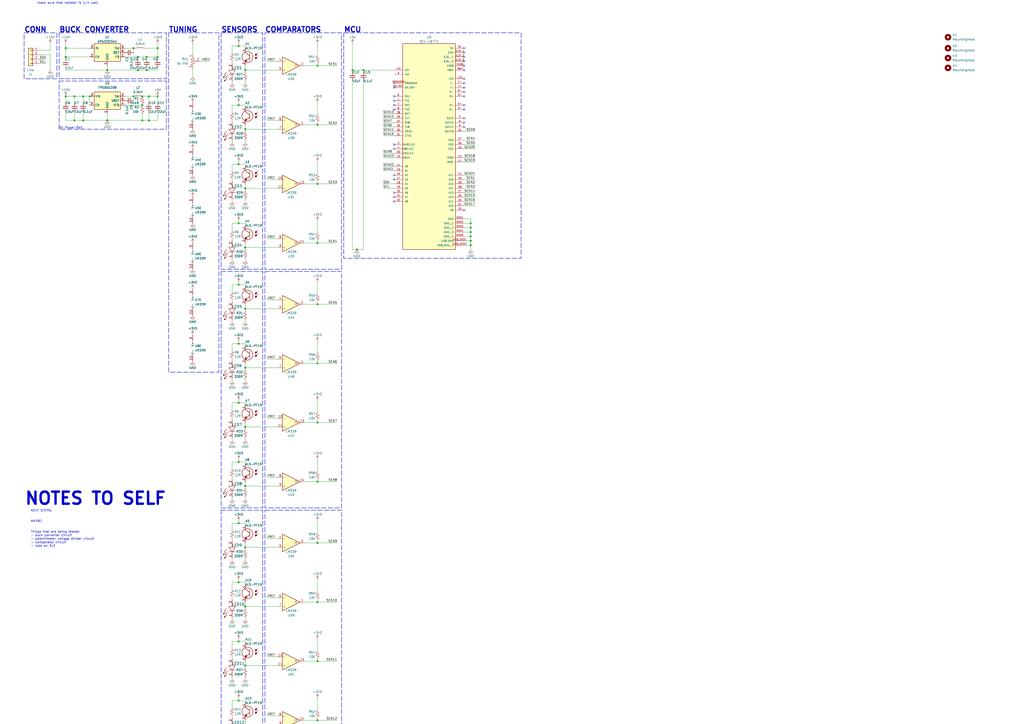
<source format=kicad_sch>
(kicad_sch (version 20230121) (generator eeschema)
  (paper "A2")
  (title_block (title "LINE 3.0 PCB") (date "2023-09-02") (rev "3.0") (company "Team Silverback"))
  (junction (at 184.15 453.39))
  (junction (at 80.01 33.02))
  (junction (at 138.43 821.69))
  (junction (at 142.24 455.93))
  (junction (at 43.18 69.85))
  (junction (at 138.43 683.26))
  (junction (at 142.24 247.65))
  (junction (at 62.23 69.85))
  (junction (at 43.18 55.88))
  (junction (at 142.24 74.93))
  (junction (at 62.23 40.64))
  (junction (at 138.43 372.11))
  (junction (at 142.24 628.65))
  (junction (at 184.15 210.82))
  (junction (at 138.43 406.4))
  (junction (at 184.15 314.96))
  (junction (at 77.47 27.94))
  (junction (at 273.05 134.62))
  (junction (at 82.55 60.96))
  (junction (at 142.24 558.8))
  (junction (at 273.05 139.7))
  (junction (at 184.15 72.39))
  (junction (at 91.44 33.02))
  (junction (at 273.05 142.24))
  (junction (at 184.15 106.68))
  (junction (at 138.43 26.67))
  (junction (at 142.24 420.37))
  (junction (at 184.15 279.4))
  (junction (at 184.15 833.12))
  (junction (at 184.15 245.11))
  (junction (at 138.43 129.54))
  (junction (at 184.15 487.68))
  (junction (at 184.15 694.69))
  (junction (at 138.43 787.4))
  (junction (at 184.15 626.11))
  (junction (at 184.15 660.4))
  (junction (at 142.24 835.66))
  (junction (at 48.26 69.85))
  (junction (at 86.36 69.85))
  (junction (at 184.15 764.54))
  (junction (at 138.43 165.1))
  (junction (at 184.15 591.82))
  (junction (at 138.43 648.97))
  (junction (at 207.01 144.78))
  (junction (at 184.15 417.83))
  (junction (at 184.15 383.54))
  (junction (at 142.24 386.08))
  (junction (at 91.44 27.94))
  (junction (at 138.43 199.39))
  (junction (at 52.07 55.88))
  (junction (at 138.43 718.82))
  (junction (at 273.05 137.16))
  (junction (at 142.24 40.64))
  (junction (at 142.24 801.37))
  (junction (at 142.24 109.22))
  (junction (at 77.47 55.88))
  (junction (at 184.15 521.97))
  (junction (at 138.43 510.54))
  (junction (at 204.47 40.64))
  (junction (at 142.24 732.79))
  (junction (at 142.24 213.36))
  (junction (at 184.15 176.53))
  (junction (at 138.43 233.68))
  (junction (at 85.09 33.02))
  (junction (at 91.44 55.88))
  (junction (at 184.15 798.83))
  (junction (at 138.43 337.82))
  (junction (at 138.43 267.97))
  (junction (at 138.43 441.96))
  (junction (at 142.24 490.22))
  (junction (at 138.43 60.96))
  (junction (at 142.24 143.51))
  (junction (at 80.01 40.64))
  (junction (at 210.82 40.64))
  (junction (at 142.24 317.5))
  (junction (at 184.15 730.25))
  (junction (at 82.55 69.85))
  (junction (at 138.43 95.25))
  (junction (at 184.15 38.1))
  (junction (at 184.15 556.26))
  (junction (at 138.43 544.83))
  (junction (at 142.24 281.94))
  (junction (at 184.15 349.25))
  (junction (at 138.43 614.68))
  (junction (at 184.15 140.97))
  (junction (at 138.43 753.11))
  (junction (at 142.24 662.94))
  (junction (at 86.36 55.88))
  (junction (at 142.24 179.07))
  (junction (at 48.26 55.88))
  (junction (at 142.24 524.51))
  (junction (at 142.24 697.23))
  (junction (at 138.43 580.39))
  (junction (at 273.05 132.08))
  (junction (at 85.09 40.64))
  (junction (at 38.1 33.02))
  (junction (at 142.24 767.08))
  (junction (at 38.1 55.88))
  (junction (at 138.43 476.25))
  (junction (at 38.1 27.94))
  (junction (at 273.05 129.54))
  (junction (at 142.24 594.36))
  (junction (at 142.24 351.79))
  (junction (at 138.43 303.53))
  (junction (at 82.55 55.88))
  (no_connect (at 269.24 48.26))
  (no_connect (at 228.6 104.14))
  (no_connect (at 269.24 55.88))
  (no_connect (at 228.6 111.76))
  (no_connect (at 228.6 116.84))
  (no_connect (at 228.6 55.88))
  (no_connect (at 228.6 50.8))
  (no_connect (at 269.24 68.58))
  (no_connect (at 269.24 38.1))
  (no_connect (at 228.6 101.6))
  (no_connect (at 269.24 33.02))
  (no_connect (at 228.6 58.42))
  (no_connect (at 228.6 114.3))
  (no_connect (at 228.6 86.36))
  (no_connect (at 269.24 73.66))
  (no_connect (at 269.24 71.12))
  (no_connect (at 228.6 60.96))
  (no_connect (at 269.24 60.96))
  (no_connect (at 269.24 121.92))
  (no_connect (at 228.6 48.26))
  (no_connect (at 228.6 63.5))
  (no_connect (at 228.6 83.82))
  (no_connect (at 269.24 27.94))
  (no_connect (at 269.24 50.8))
  (no_connect (at 269.24 45.72))
  (no_connect (at 269.24 40.64))
  (no_connect (at 269.24 53.34))
  (no_connect (at 269.24 35.56))
  (no_connect (at 269.24 30.48))
  (no_connect (at 269.24 63.5))
  (wire (pts (xy 154.94 381) (xy 161.29 381)))
  (wire (pts (xy 62.23 40.64) (xy 80.01 40.64)))
  (wire (pts (xy 184.15 452.12) (xy 184.15 453.39)))
  (wire (pts (xy 134.62 426.72) (xy 134.62 427.99)))
  (wire (pts (xy 154.94 830.58) (xy 161.29 830.58)))
  (wire (pts (xy 48.26 59.69) (xy 48.26 55.88)))
  (wire (pts (xy 204.47 25.4) (xy 204.47 40.64)))
  (wire (pts (xy 184.15 717.55) (xy 184.15 723.9)))
  (wire (pts (xy 134.62 842.01) (xy 134.62 843.28)))
  (wire (pts (xy 134.62 648.97) (xy 138.43 648.97)))
  (wire (pts (xy 138.43 718.82) (xy 142.24 718.82)))
  (wire (pts (xy 184.15 764.54) (xy 195.58 764.54)))
  (wire (pts (xy 275.59 116.84) (xy 269.24 116.84)))
  (wire (pts (xy 222.25 99.06) (xy 228.6 99.06)))
  (wire (pts (xy 72.39 55.88) (xy 77.47 55.88)))
  (wire (pts (xy 176.53 487.68) (xy 184.15 487.68)))
  (wire (pts (xy 184.15 405.13) (xy 184.15 411.48)))
  (wire (pts (xy 269.24 101.6) (xy 275.59 101.6)))
  (wire (pts (xy 134.62 138.43) (xy 134.62 139.7)))
  (wire (pts (xy 134.62 544.83) (xy 138.43 544.83)))
  (wire (pts (xy 154.94 35.56) (xy 161.29 35.56)))
  (wire (pts (xy 134.62 830.58) (xy 134.62 831.85)))
  (wire (pts (xy 86.36 64.77) (xy 86.36 69.85)))
  (wire (pts (xy 138.43 476.25) (xy 138.43 474.98)))
  (wire (pts (xy 176.53 660.4) (xy 184.15 660.4)))
  (wire (pts (xy 134.62 60.96) (xy 134.62 64.77)))
  (wire (pts (xy 52.07 33.02) (xy 38.1 33.02)))
  (wire (pts (xy 91.44 55.88) (xy 91.44 59.69)))
  (wire (pts (xy 142.24 490.22) (xy 142.24 491.49)))
  (wire (pts (xy 184.15 302.26) (xy 184.15 308.61)))
  (wire (pts (xy 38.1 33.02) (xy 38.1 27.94)))
  (wire (pts (xy 142.24 219.71) (xy 142.24 220.98)))
  (wire (pts (xy 138.43 95.25) (xy 138.43 93.98)))
  (wire (pts (xy 134.62 242.57) (xy 134.62 243.84)))
  (wire (pts (xy 134.62 807.72) (xy 134.62 808.99)))
  (wire (pts (xy 222.25 76.2) (xy 228.6 76.2)))
  (wire (pts (xy 134.62 519.43) (xy 134.62 520.7)))
  (wire (pts (xy 134.62 312.42) (xy 134.62 313.69)))
  (wire (pts (xy 142.24 558.8) (xy 142.24 556.26)))
  (wire (pts (xy 142.24 767.08) (xy 161.29 767.08)))
  (wire (pts (xy 142.24 524.51) (xy 142.24 525.78)))
  (wire (pts (xy 184.15 798.83) (xy 195.58 798.83)))
  (wire (pts (xy 134.62 254) (xy 134.62 255.27)))
  (wire (pts (xy 134.62 544.83) (xy 134.62 548.64)))
  (wire (pts (xy 134.62 623.57) (xy 134.62 624.84)))
  (wire (pts (xy 184.15 520.7) (xy 184.15 521.97)))
  (wire (pts (xy 184.15 486.41) (xy 184.15 487.68)))
  (wire (pts (xy 184.15 647.7) (xy 184.15 654.05)))
  (wire (pts (xy 134.62 104.14) (xy 134.62 105.41)))
  (wire (pts (xy 134.62 276.86) (xy 134.62 278.13)))
  (wire (pts (xy 142.24 74.93) (xy 142.24 76.2)))
  (wire (pts (xy 134.62 462.28) (xy 134.62 463.55)))
  (wire (pts (xy 142.24 267.97) (xy 142.24 269.24)))
  (wire (pts (xy 142.24 455.93) (xy 142.24 457.2)))
  (wire (pts (xy 176.53 314.96) (xy 184.15 314.96)))
  (wire (pts (xy 210.82 46.99) (xy 210.82 144.78)))
  (wire (pts (xy 184.15 370.84) (xy 184.15 377.19)))
  (wire (pts (xy 138.43 787.4) (xy 138.43 786.13)))
  (wire (pts (xy 184.15 728.98) (xy 184.15 730.25)))
  (wire (pts (xy 184.15 336.55) (xy 184.15 342.9)))
  (wire (pts (xy 134.62 35.56) (xy 134.62 36.83)))
  (wire (pts (xy 134.62 496.57) (xy 134.62 497.84)))
  (wire (pts (xy 184.15 659.13) (xy 184.15 660.4)))
  (wire (pts (xy 176.53 349.25) (xy 184.15 349.25)))
  (wire (pts (xy 29.21 31.75) (xy 22.86 31.75)))
  (wire (pts (xy 154.94 727.71) (xy 161.29 727.71)))
  (wire (pts (xy 142.24 801.37) (xy 161.29 801.37)))
  (wire (pts (xy 207.01 144.78) (xy 204.47 144.78)))
  (wire (pts (xy 142.24 628.65) (xy 142.24 629.92)))
  (wire (pts (xy 176.53 106.68) (xy 184.15 106.68)))
  (wire (pts (xy 184.15 417.83) (xy 195.58 417.83)))
  (wire (pts (xy 134.62 46.99) (xy 134.62 48.26)))
  (wire (pts (xy 138.43 337.82) (xy 142.24 337.82)))
  (wire (pts (xy 134.62 95.25) (xy 138.43 95.25)))
  (wire (pts (xy 142.24 81.28) (xy 142.24 82.55)))
  (wire (pts (xy 142.24 199.39) (xy 142.24 200.66)))
  (wire (pts (xy 134.62 165.1) (xy 134.62 168.91)))
  (wire (pts (xy 142.24 420.37) (xy 161.29 420.37)))
  (wire (pts (xy 91.44 64.77) (xy 91.44 69.85)))
  (wire (pts (xy 142.24 835.66) (xy 142.24 836.93)))
  (wire (pts (xy 154.94 276.86) (xy 161.29 276.86)))
  (wire (pts (xy 134.62 406.4) (xy 138.43 406.4)))
  (wire (pts (xy 82.55 55.88) (xy 86.36 55.88)))
  (wire (pts (xy 134.62 773.43) (xy 134.62 774.7)))
  (wire (pts (xy 134.62 692.15) (xy 134.62 693.42)))
  (wire (pts (xy 138.43 303.53) (xy 138.43 302.26)))
  (wire (pts (xy 142.24 281.94) (xy 142.24 283.21)))
  (wire (pts (xy 142.24 558.8) (xy 161.29 558.8)))
  (wire (pts (xy 273.05 142.24) (xy 273.05 139.7)))
  (wire (pts (xy 273.05 129.54) (xy 273.05 127)))
  (wire (pts (xy 115.57 35.56) (xy 121.92 35.56)))
  (wire (pts (xy 134.62 149.86) (xy 134.62 151.13)))
  (wire (pts (xy 142.24 697.23) (xy 161.29 697.23)))
  (wire (pts (xy 154.94 346.71) (xy 161.29 346.71)))
  (wire (pts (xy 142.24 697.23) (xy 142.24 694.69)))
  (wire (pts (xy 184.15 833.12) (xy 195.58 833.12)))
  (wire (pts (xy 154.94 553.72) (xy 161.29 553.72)))
  (wire (pts (xy 154.94 450.85) (xy 161.29 450.85)))
  (wire (pts (xy 142.24 74.93) (xy 161.29 74.93)))
  (wire (pts (xy 275.59 81.28) (xy 269.24 81.28)))
  (wire (pts (xy 273.05 144.78) (xy 273.05 142.24)))
  (wire (pts (xy 138.43 267.97) (xy 142.24 267.97)))
  (wire (pts (xy 134.62 530.86) (xy 134.62 532.13)))
  (wire (pts (xy 154.94 657.86) (xy 161.29 657.86)))
  (wire (pts (xy 138.43 683.26) (xy 138.43 681.99)))
  (wire (pts (xy 176.53 833.12) (xy 184.15 833.12)))
  (wire (pts (xy 142.24 455.93) (xy 142.24 453.39)))
  (wire (pts (xy 142.24 594.36) (xy 142.24 591.82)))
  (wire (pts (xy 138.43 406.4) (xy 138.43 405.13)))
  (wire (pts (xy 134.62 753.11) (xy 134.62 756.92)))
  (wire (pts (xy 142.24 254) (xy 142.24 255.27)))
  (wire (pts (xy 134.62 565.15) (xy 134.62 566.42)))
  (wire (pts (xy 134.62 635) (xy 134.62 636.27)))
  (wire (pts (xy 184.15 613.41) (xy 184.15 619.76)))
  (wire (pts (xy 142.24 835.66) (xy 161.29 835.66)))
  (wire (pts (xy 204.47 46.99) (xy 204.47 144.78)))
  (wire (pts (xy 142.24 801.37) (xy 142.24 802.64)))
  (wire (pts (xy 134.62 718.82) (xy 134.62 722.63)))
  (wire (pts (xy 43.18 55.88) (xy 48.26 55.88)))
  (wire (pts (xy 138.43 26.67) (xy 142.24 26.67)))
  (wire (pts (xy 142.24 628.65) (xy 161.29 628.65)))
  (wire (pts (xy 273.05 132.08) (xy 273.05 129.54)))
  (wire (pts (xy 91.44 33.02) (xy 91.44 34.29)))
  (wire (pts (xy 269.24 134.62) (xy 273.05 134.62)))
  (wire (pts (xy 275.59 111.76) (xy 269.24 111.76)))
  (wire (pts (xy 134.62 614.68) (xy 134.62 618.49)))
  (wire (pts (xy 142.24 406.4) (xy 142.24 407.67)))
  (wire (pts (xy 134.62 115.57) (xy 134.62 116.84)))
  (wire (pts (xy 142.24 247.65) (xy 142.24 245.11)))
  (wire (pts (xy 184.15 105.41) (xy 184.15 106.68)))
  (wire (pts (xy 184.15 278.13) (xy 184.15 279.4)))
  (wire (pts (xy 142.24 544.83) (xy 142.24 546.1)))
  (wire (pts (xy 134.62 669.29) (xy 134.62 670.56)))
  (wire (pts (xy 142.24 426.72) (xy 142.24 427.99)))
  (wire (pts (xy 72.39 33.02) (xy 80.01 33.02)))
  (wire (pts (xy 142.24 441.96) (xy 142.24 443.23)))
  (wire (pts (xy 134.62 821.69) (xy 138.43 821.69)))
  (wire (pts (xy 138.43 95.25) (xy 142.24 95.25)))
  (wire (pts (xy 134.62 303.53) (xy 134.62 307.34)))
  (wire (pts (xy 142.24 703.58) (xy 142.24 704.85)))
  (wire (pts (xy 62.23 69.85) (xy 62.23 66.04)))
  (wire (pts (xy 138.43 614.68) (xy 142.24 614.68)))
  (wire (pts (xy 184.15 245.11) (xy 195.58 245.11)))
  (wire (pts (xy 142.24 732.79) (xy 142.24 730.25)))
  (wire (pts (xy 269.24 86.36) (xy 275.59 86.36)))
  (wire (pts (xy 134.62 267.97) (xy 138.43 267.97)))
  (wire (pts (xy 77.47 30.48) (xy 77.47 27.94)))
  (wire (pts (xy 80.01 39.37) (xy 80.01 40.64)))
  (wire (pts (xy 48.26 64.77) (xy 48.26 69.85)))
  (wire (pts (xy 184.15 128.27) (xy 184.15 134.62)))
  (wire (pts (xy 184.15 382.27) (xy 184.15 383.54)))
  (wire (pts (xy 138.43 544.83) (xy 142.24 544.83)))
  (wire (pts (xy 134.62 727.71) (xy 134.62 728.98)))
  (wire (pts (xy 138.43 372.11) (xy 138.43 370.84)))
  (wire (pts (xy 275.59 83.82) (xy 269.24 83.82)))
  (wire (pts (xy 138.43 441.96) (xy 142.24 441.96)))
  (wire (pts (xy 142.24 787.4) (xy 142.24 788.67)))
  (wire (pts (xy 134.62 580.39) (xy 134.62 584.2)))
  (wire (pts (xy 38.1 27.94) (xy 52.07 27.94)))
  (wire (pts (xy 176.53 453.39) (xy 184.15 453.39)))
  (wire (pts (xy 142.24 594.36) (xy 161.29 594.36)))
  (wire (pts (xy 184.15 383.54) (xy 195.58 383.54)))
  (wire (pts (xy 134.62 683.26) (xy 134.62 687.07)))
  (wire (pts (xy 134.62 323.85) (xy 134.62 325.12)))
  (wire (pts (xy 154.94 485.14) (xy 161.29 485.14)))
  (wire (pts (xy 184.15 624.84) (xy 184.15 626.11)))
  (wire (pts (xy 134.62 485.14) (xy 134.62 486.41)))
  (wire (pts (xy 142.24 143.51) (xy 142.24 140.97)))
  (wire (pts (xy 142.24 358.14) (xy 142.24 359.41)))
  (wire (pts (xy 43.18 69.85) (xy 48.26 69.85)))
  (wire (pts (xy 134.62 600.71) (xy 134.62 601.98)))
  (wire (pts (xy 142.24 351.79) (xy 142.24 353.06)))
  (wire (pts (xy 176.53 210.82) (xy 184.15 210.82)))
  (wire (pts (xy 222.25 91.44) (xy 228.6 91.44)))
  (wire (pts (xy 184.15 140.97) (xy 195.58 140.97)))
  (wire (pts (xy 142.24 323.85) (xy 142.24 325.12)))
  (wire (pts (xy 176.53 798.83) (xy 184.15 798.83)))
  (wire (pts (xy 176.53 383.54) (xy 184.15 383.54)))
  (wire (pts (xy 142.24 821.69) (xy 142.24 822.96)))
  (wire (pts (xy 142.24 74.93) (xy 142.24 72.39)))
  (wire (pts (xy 134.62 476.25) (xy 134.62 480.06)))
  (wire (pts (xy 273.05 127) (xy 269.24 127)))
  (wire (pts (xy 138.43 26.67) (xy 138.43 25.4)))
  (wire (pts (xy 222.25 68.58) (xy 228.6 68.58)))
  (wire (pts (xy 176.53 626.11) (xy 184.15 626.11)))
  (wire (pts (xy 134.62 233.68) (xy 134.62 237.49)))
  (wire (pts (xy 184.15 59.69) (xy 184.15 66.04)))
  (wire (pts (xy 134.62 381) (xy 134.62 382.27)))
  (wire (pts (xy 138.43 337.82) (xy 138.43 336.55)))
  (wire (pts (xy 142.24 46.99) (xy 142.24 48.26)))
  (wire (pts (xy 142.24 115.57) (xy 142.24 116.84)))
  (wire (pts (xy 222.25 78.74) (xy 228.6 78.74)))
  (wire (pts (xy 142.24 317.5) (xy 142.24 314.96)))
  (wire (pts (xy 134.62 372.11) (xy 138.43 372.11)))
  (wire (pts (xy 134.62 510.54) (xy 134.62 514.35)))
  (wire (pts (xy 134.62 718.82) (xy 138.43 718.82)))
  (wire (pts (xy 222.25 109.22) (xy 228.6 109.22)))
  (wire (pts (xy 142.24 26.67) (xy 142.24 27.94)))
  (wire (pts (xy 38.1 40.64) (xy 62.23 40.64)))
  (wire (pts (xy 142.24 303.53) (xy 142.24 304.8)))
  (wire (pts (xy 154.94 312.42) (xy 161.29 312.42)))
  (wire (pts (xy 269.24 106.68) (xy 275.59 106.68)))
  (wire (pts (xy 142.24 594.36) (xy 142.24 595.63)))
  (wire (pts (xy 29.21 25.4) (xy 29.21 29.21)))
  (wire (pts (xy 154.94 69.85) (xy 161.29 69.85)))
  (wire (pts (xy 154.94 623.57) (xy 161.29 623.57)))
  (wire (pts (xy 134.62 796.29) (xy 134.62 797.56)))
  (wire (pts (xy 138.43 580.39) (xy 138.43 579.12)))
  (wire (pts (xy 142.24 213.36) (xy 142.24 210.82)))
  (wire (pts (xy 222.25 71.12) (xy 228.6 71.12)))
  (wire (pts (xy 184.15 751.84) (xy 184.15 758.19)))
  (wire (pts (xy 142.24 129.54) (xy 142.24 130.81)))
  (wire (pts (xy 134.62 372.11) (xy 134.62 375.92)))
  (wire (pts (xy 184.15 521.97) (xy 195.58 521.97)))
  (wire (pts (xy 134.62 787.4) (xy 134.62 791.21)))
  (wire (pts (xy 142.24 351.79) (xy 161.29 351.79)))
  (wire (pts (xy 204.47 40.64) (xy 210.82 40.64)))
  (wire (pts (xy 134.62 648.97) (xy 134.62 652.78)))
  (wire (pts (xy 138.43 441.96) (xy 138.43 440.69)))
  (wire (pts (xy 138.43 267.97) (xy 138.43 266.7)))
  (wire (pts (xy 138.43 476.25) (xy 142.24 476.25)))
  (wire (pts (xy 204.47 40.64) (xy 204.47 41.91)))
  (wire (pts (xy 184.15 440.69) (xy 184.15 447.04)))
  (wire (pts (xy 38.1 59.69) (xy 38.1 55.88)))
  (wire (pts (xy 222.25 66.04) (xy 228.6 66.04)))
  (wire (pts (xy 142.24 40.64) (xy 142.24 41.91)))
  (wire (pts (xy 134.62 415.29) (xy 134.62 416.56)))
  (wire (pts (xy 86.36 55.88) (xy 91.44 55.88)))
  (wire (pts (xy 142.24 109.22) (xy 161.29 109.22)))
  (wire (pts (xy 142.24 386.08) (xy 161.29 386.08)))
  (wire (pts (xy 184.15 38.1) (xy 195.58 38.1)))
  (wire (pts (xy 138.43 303.53) (xy 142.24 303.53)))
  (wire (pts (xy 142.24 767.08) (xy 142.24 764.54)))
  (wire (pts (xy 134.62 288.29) (xy 134.62 289.56)))
  (wire (pts (xy 142.24 558.8) (xy 142.24 560.07)))
  (wire (pts (xy 142.24 600.71) (xy 142.24 601.98)))
  (wire (pts (xy 184.15 347.98) (xy 184.15 349.25)))
  (wire (pts (xy 134.62 26.67) (xy 138.43 26.67)))
  (wire (pts (xy 142.24 372.11) (xy 142.24 373.38)))
  (wire (pts (xy 134.62 821.69) (xy 134.62 825.5)))
  (wire (pts (xy 176.53 694.69) (xy 184.15 694.69)))
  (wire (pts (xy 176.53 417.83) (xy 184.15 417.83)))
  (wire (pts (xy 184.15 210.82) (xy 195.58 210.82)))
  (wire (pts (xy 142.24 767.08) (xy 142.24 768.35)))
  (wire (pts (xy 82.55 69.85) (xy 86.36 69.85)))
  (wire (pts (xy 184.15 543.56) (xy 184.15 549.91)))
  (wire (pts (xy 184.15 163.83) (xy 184.15 170.18)))
  (wire (pts (xy 176.53 591.82) (xy 184.15 591.82)))
  (wire (pts (xy 134.62 589.28) (xy 134.62 590.55)))
  (wire (pts (xy 77.47 58.42) (xy 77.47 55.88)))
  (wire (pts (xy 184.15 693.42) (xy 184.15 694.69)))
  (wire (pts (xy 91.44 27.94) (xy 91.44 33.02)))
  (wire (pts (xy 134.62 553.72) (xy 134.62 554.99)))
  (wire (pts (xy 154.94 208.28) (xy 161.29 208.28)))
  (wire (pts (xy 138.43 821.69) (xy 142.24 821.69)))
  (wire (pts (xy 142.24 213.36) (xy 161.29 213.36)))
  (wire (pts (xy 134.62 787.4) (xy 138.43 787.4)))
  (wire (pts (xy 184.15 730.25) (xy 195.58 730.25)))
  (wire (pts (xy 142.24 476.25) (xy 142.24 477.52)))
  (wire (pts (xy 91.44 25.4) (xy 91.44 27.94)))
  (wire (pts (xy 222.25 96.52) (xy 228.6 96.52)))
  (wire (pts (xy 142.24 462.28) (xy 142.24 463.55)))
  (wire (pts (xy 184.15 453.39) (xy 195.58 453.39)))
  (wire (pts (xy 142.24 386.08) (xy 142.24 387.35)))
  (wire (pts (xy 134.62 303.53) (xy 138.43 303.53)))
  (wire (pts (xy 134.62 580.39) (xy 138.43 580.39)))
  (wire (pts (xy 269.24 104.14) (xy 275.59 104.14)))
  (wire (pts (xy 85.09 39.37) (xy 85.09 40.64)))
  (wire (pts (xy 134.62 129.54) (xy 134.62 133.35)))
  (wire (pts (xy 48.26 55.88) (xy 52.07 55.88)))
  (wire (pts (xy 184.15 820.42) (xy 184.15 826.77)))
  (wire (pts (xy 142.24 386.08) (xy 142.24 383.54)))
  (wire (pts (xy 134.62 337.82) (xy 134.62 341.63)))
  (wire (pts (xy 154.94 242.57) (xy 161.29 242.57)))
  (wire (pts (xy 138.43 787.4) (xy 142.24 787.4)))
  (wire (pts (xy 184.15 487.68) (xy 195.58 487.68)))
  (wire (pts (xy 43.18 55.88) (xy 38.1 55.88)))
  (wire (pts (xy 142.24 648.97) (xy 142.24 650.24)))
  (wire (pts (xy 184.15 36.83) (xy 184.15 38.1)))
  (wire (pts (xy 154.94 796.29) (xy 161.29 796.29)))
  (wire (pts (xy 142.24 317.5) (xy 142.24 318.77)))
  (wire (pts (xy 83.82 27.94) (xy 91.44 27.94)))
  (wire (pts (xy 184.15 626.11) (xy 195.58 626.11)))
  (wire (pts (xy 134.62 753.11) (xy 138.43 753.11)))
  (wire (pts (xy 134.62 406.4) (xy 134.62 410.21)))
  (wire (pts (xy 184.15 243.84) (xy 184.15 245.11)))
  (wire (pts (xy 142.24 337.82) (xy 142.24 339.09)))
  (wire (pts (xy 134.62 739.14) (xy 134.62 740.41)))
  (wire (pts (xy 184.15 198.12) (xy 184.15 204.47)))
  (wire (pts (xy 142.24 635) (xy 142.24 636.27)))
  (wire (pts (xy 38.1 34.29) (xy 38.1 33.02)))
  (wire (pts (xy 134.62 129.54) (xy 138.43 129.54)))
  (wire (pts (xy 134.62 510.54) (xy 138.43 510.54)))
  (wire (pts (xy 269.24 137.16) (xy 273.05 137.16)))
  (wire (pts (xy 72.39 60.96) (xy 82.55 60.96)))
  (wire (pts (xy 184.15 72.39) (xy 195.58 72.39)))
  (wire (pts (xy 142.24 351.79) (xy 142.24 349.25)))
  (wire (pts (xy 85.09 33.02) (xy 91.44 33.02)))
  (wire (pts (xy 184.15 232.41) (xy 184.15 238.76)))
  (wire (pts (xy 62.23 38.1) (xy 62.23 40.64)))
  (wire (pts (xy 29.21 40.64) (xy 29.21 31.75)))
  (wire (pts (xy 138.43 129.54) (xy 138.43 128.27)))
  (wire (pts (xy 134.62 199.39) (xy 134.62 203.2)))
  (wire (pts (xy 142.24 281.94) (xy 161.29 281.94)))
  (wire (pts (xy 142.24 213.36) (xy 142.24 214.63)))
  (wire (pts (xy 142.24 247.65) (xy 142.24 248.92)))
  (wire (pts (xy 138.43 510.54) (xy 142.24 510.54)))
  (wire (pts (xy 80.01 33.02) (xy 85.09 33.02)))
  (wire (pts (xy 176.53 38.1) (xy 184.15 38.1)))
  (wire (pts (xy 154.94 415.29) (xy 161.29 415.29)))
  (wire (pts (xy 142.24 565.15) (xy 142.24 566.42)))
  (wire (pts (xy 38.1 39.37) (xy 38.1 40.64)))
  (wire (pts (xy 111.76 39.37) (xy 111.76 44.45)))
  (wire (pts (xy 134.62 219.71) (xy 134.62 220.98)))
  (wire (pts (xy 275.59 91.44) (xy 269.24 91.44)))
  (wire (pts (xy 184.15 176.53) (xy 195.58 176.53)))
  (wire (pts (xy 184.15 590.55) (xy 184.15 591.82)))
  (wire (pts (xy 134.62 337.82) (xy 138.43 337.82)))
  (wire (pts (xy 134.62 614.68) (xy 138.43 614.68)))
  (wire (pts (xy 184.15 797.56) (xy 184.15 798.83)))
  (wire (pts (xy 176.53 245.11) (xy 184.15 245.11)))
  (wire (pts (xy 142.24 455.93) (xy 161.29 455.93)))
  (wire (pts (xy 142.24 842.01) (xy 142.24 843.28)))
  (wire (pts (xy 184.15 591.82) (xy 195.58 591.82)))
  (wire (pts (xy 154.94 138.43) (xy 161.29 138.43)))
  (wire (pts (xy 142.24 60.96) (xy 142.24 62.23)))
  (wire (pts (xy 38.1 69.85) (xy 43.18 69.85)))
  (wire (pts (xy 134.62 441.96) (xy 134.62 445.77)))
  (wire (pts (xy 269.24 142.24) (xy 273.05 142.24)))
  (wire (pts (xy 43.18 59.69) (xy 43.18 55.88)))
  (wire (pts (xy 176.53 279.4) (xy 184.15 279.4)))
  (wire (pts (xy 176.53 140.97) (xy 184.15 140.97)))
  (wire (pts (xy 138.43 60.96) (xy 142.24 60.96)))
  (wire (pts (xy 142.24 95.25) (xy 142.24 96.52)))
  (wire (pts (xy 142.24 40.64) (xy 161.29 40.64)))
  (wire (pts (xy 142.24 662.94) (xy 142.24 664.21)))
  (wire (pts (xy 184.15 579.12) (xy 184.15 585.47)))
  (wire (pts (xy 138.43 580.39) (xy 142.24 580.39)))
  (wire (pts (xy 142.24 662.94) (xy 161.29 662.94)))
  (wire (pts (xy 184.15 694.69) (xy 195.58 694.69)))
  (wire (pts (xy 142.24 718.82) (xy 142.24 720.09)))
  (wire (pts (xy 138.43 406.4) (xy 142.24 406.4)))
  (wire (pts (xy 138.43 233.68) (xy 142.24 233.68)))
  (wire (pts (xy 138.43 60.96) (xy 138.43 59.69)))
  (wire (pts (xy 184.15 266.7) (xy 184.15 273.05)))
  (wire (pts (xy 134.62 267.97) (xy 134.62 271.78)))
  (wire (pts (xy 134.62 441.96) (xy 138.43 441.96)))
  (wire (pts (xy 86.36 55.88) (xy 86.36 59.69)))
  (wire (pts (xy 82.55 69.85) (xy 82.55 66.04)))
  (wire (pts (xy 176.53 72.39) (xy 184.15 72.39)))
  (wire (pts (xy 184.15 349.25) (xy 195.58 349.25)))
  (wire (pts (xy 142.24 628.65) (xy 142.24 626.11)))
  (wire (pts (xy 142.24 317.5) (xy 161.29 317.5)))
  (wire (pts (xy 134.62 199.39) (xy 138.43 199.39)))
  (wire (pts (xy 142.24 233.68) (xy 142.24 234.95)))
  (wire (pts (xy 154.94 519.43) (xy 161.29 519.43)))
  (wire (pts (xy 142.24 697.23) (xy 142.24 698.5)))
  (wire (pts (xy 142.24 732.79) (xy 142.24 734.06)))
  (wire (pts (xy 85.09 33.02) (xy 85.09 34.29)))
  (wire (pts (xy 176.53 521.97) (xy 184.15 521.97)))
  (wire (pts (xy 275.59 114.3) (xy 269.24 114.3)))
  (wire (pts (xy 269.24 139.7) (xy 273.05 139.7)))
  (wire (pts (xy 184.15 660.4) (xy 195.58 660.4)))
  (wire (pts (xy 134.62 185.42) (xy 134.62 186.69)))
  (wire (pts (xy 142.24 288.29) (xy 142.24 289.56)))
  (wire (pts (xy 138.43 372.11) (xy 142.24 372.11)))
  (wire (pts (xy 184.15 313.69) (xy 184.15 314.96)))
  (wire (pts (xy 142.24 420.37) (xy 142.24 421.64)))
  (wire (pts (xy 138.43 199.39) (xy 142.24 199.39)))
  (wire (pts (xy 62.23 69.85) (xy 82.55 69.85)))
  (wire (pts (xy 210.82 40.64) (xy 228.6 40.64)))
  (wire (pts (xy 134.62 346.71) (xy 134.62 347.98)))
  (wire (pts (xy 210.82 41.91) (xy 210.82 40.64)))
  (wire (pts (xy 138.43 510.54) (xy 138.43 509.27)))
  (wire (pts (xy 142.24 281.94) (xy 142.24 279.4)))
  (wire (pts (xy 142.24 496.57) (xy 142.24 497.84)))
  (wire (pts (xy 142.24 669.29) (xy 142.24 670.56)))
  (wire (pts (xy 269.24 129.54) (xy 273.05 129.54)))
  (wire (pts (xy 138.43 165.1) (xy 142.24 165.1)))
  (wire (pts (xy 275.59 109.22) (xy 269.24 109.22)))
  (wire (pts (xy 184.15 93.98) (xy 184.15 100.33)))
  (wire (pts (xy 184.15 106.68) (xy 195.58 106.68)))
  (wire (pts (xy 138.43 753.11) (xy 142.24 753.11)))
  (wire (pts (xy 134.62 358.14) (xy 134.62 359.41)))
  (wire (pts (xy 142.24 807.72) (xy 142.24 808.99)))
  (wire (pts (xy 142.24 753.11) (xy 142.24 754.38)))
  (wire (pts (xy 142.24 247.65) (xy 161.29 247.65)))
  (wire (pts (xy 142.24 662.94) (xy 142.24 660.4)))
  (wire (pts (xy 134.62 233.68) (xy 138.43 233.68)))
  (wire (pts (xy 142.24 732.79) (xy 161.29 732.79)))
  (wire (pts (xy 184.15 831.85) (xy 184.15 833.12)))
  (wire (pts (xy 142.24 185.42) (xy 142.24 186.69)))
  (wire (pts (xy 184.15 763.27) (xy 184.15 764.54)))
  (wire (pts (xy 134.62 703.58) (xy 134.62 704.85)))
  (wire (pts (xy 269.24 119.38) (xy 275.59 119.38)))
  (wire (pts (xy 273.05 134.62) (xy 273.05 132.08)))
  (wire (pts (xy 134.62 208.28) (xy 134.62 209.55)))
  (wire (pts (xy 184.15 71.12) (xy 184.15 72.39)))
  (wire (pts (xy 142.24 530.86) (xy 142.24 532.13)))
  (wire (pts (xy 154.94 762) (xy 161.29 762)))
  (wire (pts (xy 142.24 490.22) (xy 142.24 487.68)))
  (wire (pts (xy 134.62 657.86) (xy 134.62 659.13)))
  (wire (pts (xy 184.15 25.4) (xy 184.15 31.75)))
  (wire (pts (xy 222.25 73.66) (xy 228.6 73.66)))
  (wire (pts (xy 138.43 544.83) (xy 138.43 543.56)))
  (wire (pts (xy 142.24 801.37) (xy 142.24 798.83)))
  (wire (pts (xy 134.62 683.26) (xy 138.43 683.26)))
  (wire (pts (xy 184.15 554.99) (xy 184.15 556.26)))
  (wire (pts (xy 207.01 144.78) (xy 210.82 144.78)))
  (wire (pts (xy 222.25 106.68) (xy 228.6 106.68)))
  (wire (pts (xy 142.24 835.66) (xy 142.24 833.12)))
  (wire (pts (xy 142.24 40.64) (xy 142.24 38.1)))
  (wire (pts (xy 134.62 173.99) (xy 134.62 175.26)))
  (wire (pts (xy 184.15 279.4) (xy 195.58 279.4)))
  (wire (pts (xy 269.24 132.08) (xy 273.05 132.08)))
  (wire (pts (xy 138.43 233.68) (xy 138.43 232.41)))
  (wire (pts (xy 154.94 173.99) (xy 161.29 173.99)))
  (wire (pts (xy 142.24 149.86) (xy 142.24 151.13)))
  (wire (pts (xy 184.15 175.26) (xy 184.15 176.53)))
  (wire (pts (xy 142.24 179.07) (xy 142.24 176.53)))
  (wire (pts (xy 38.1 25.4) (xy 38.1 27.94)))
  (wire (pts (xy 80.01 40.64) (xy 85.09 40.64)))
  (wire (pts (xy 176.53 176.53) (xy 184.15 176.53)))
  (wire (pts (xy 43.18 64.77) (xy 43.18 69.85)))
  (wire (pts (xy 91.44 69.85) (xy 86.36 69.85)))
  (wire (pts (xy 138.43 648.97) (xy 142.24 648.97)))
  (wire (pts (xy 29.21 29.21) (xy 22.86 29.21)))
  (wire (pts (xy 184.15 416.56) (xy 184.15 417.83)))
  (wire (pts (xy 273.05 139.7) (xy 273.05 137.16)))
  (wire (pts (xy 134.62 165.1) (xy 138.43 165.1)))
  (wire (pts (xy 184.15 681.99) (xy 184.15 688.34)))
  (wire (pts (xy 52.07 60.96) (xy 52.07 55.88)))
  (wire (pts (xy 142.24 773.43) (xy 142.24 774.7)))
  (wire (pts (xy 142.24 109.22) (xy 142.24 110.49)))
  (wire (pts (xy 142.24 524.51) (xy 142.24 521.97)))
  (wire (pts (xy 22.86 36.83) (xy 26.67 36.83)))
  (wire (pts (xy 134.62 60.96) (xy 138.43 60.96)))
  (wire (pts (xy 142.24 143.51) (xy 161.29 143.51)))
  (wire (pts (xy 184.15 474.98) (xy 184.15 481.33)))
  (wire (pts (xy 275.59 76.2) (xy 269.24 76.2)))
  (wire (pts (xy 184.15 556.26) (xy 195.58 556.26)))
  (wire (pts (xy 154.94 104.14) (xy 161.29 104.14)))
  (wire (pts (xy 142.24 524.51) (xy 161.29 524.51)))
  (wire (pts (xy 138.43 165.1) (xy 138.43 163.83)))
  (wire (pts (xy 154.94 589.28) (xy 161.29 589.28)))
  (wire (pts (xy 134.62 26.67) (xy 134.62 30.48)))
  (wire (pts (xy 142.24 580.39) (xy 142.24 581.66)))
  (wire (pts (xy 38.1 69.85) (xy 38.1 64.77)))
  (wire (pts (xy 138.43 614.68) (xy 138.43 613.41)))
  (wire (pts (xy 134.62 450.85) (xy 134.62 452.12)))
  (wire (pts (xy 273.05 137.16) (xy 273.05 134.62)))
  (wire (pts (xy 154.94 692.15) (xy 161.29 692.15)))
  (wire (pts (xy 176.53 730.25) (xy 184.15 730.25)))
  (wire (pts (xy 134.62 476.25) (xy 138.43 476.25)))
  (wire (pts (xy 77.47 27.94) (xy 78.74 27.94)))
  (wire (pts (xy 48.26 69.85) (xy 62.23 69.85)))
  (wire (pts (xy 142.24 179.07) (xy 142.24 180.34)))
  (wire (pts (xy 85.09 40.64) (xy 91.44 40.64)))
  (wire (pts (xy 134.62 762) (xy 134.62 763.27)))
  (wire (pts (xy 142.24 109.22) (xy 142.24 106.68)))
  (wire (pts (xy 184.15 786.13) (xy 184.15 792.48)))
  (wire (pts (xy 142.24 143.51) (xy 142.24 144.78)))
  (wire (pts (xy 138.43 129.54) (xy 142.24 129.54)))
  (wire (pts (xy 275.59 93.98) (xy 269.24 93.98)))
  (wire (pts (xy 138.43 821.69) (xy 138.43 820.42)))
  (wire (pts (xy 138.43 683.26) (xy 142.24 683.26)))
  (wire (pts (xy 142.24 179.07) (xy 161.29 179.07)))
  (wire (pts (xy 138.43 199.39) (xy 138.43 198.12)))
  (wire (pts (xy 184.15 314.96) (xy 195.58 314.96)))
  (wire (pts (xy 142.24 420.37) (xy 142.24 417.83)))
  (wire (pts (xy 142.24 614.68) (xy 142.24 615.95)))
  (wire (pts (xy 111.76 25.4) (xy 111.76 31.75)))
  (wire (pts (xy 72.39 27.94) (xy 77.47 27.94)))
  (wire (pts (xy 134.62 81.28) (xy 134.62 82.55)))
  (wire (pts (xy 80.01 33.02) (xy 80.01 34.29)))
  (wire (pts (xy 142.24 739.14) (xy 142.24 740.41)))
  (wire (pts (xy 184.15 139.7) (xy 184.15 140.97)))
  (wire (pts (xy 22.86 34.29) (xy 26.67 34.29)))
  (wire (pts (xy 184.15 209.55) (xy 184.15 210.82)))
  (wire (pts (xy 134.62 392.43) (xy 134.62 393.7)))
  (wire (pts (xy 176.53 764.54) (xy 184.15 764.54)))
  (wire (pts (xy 184.15 509.27) (xy 184.15 515.62)))
  (wire (pts (xy 138.43 648.97) (xy 138.43 647.7)))
  (wire (pts (xy 134.62 95.25) (xy 134.62 99.06)))
  (wire (pts (xy 142.24 165.1) (xy 142.24 166.37)))
  (wire (pts (xy 142.24 683.26) (xy 142.24 684.53)))
  (wire (pts (xy 138.43 753.11) (xy 138.43 751.84)))
  (wire (pts (xy 176.53 556.26) (xy 184.15 556.26)))
  (wire (pts (xy 142.24 510.54) (xy 142.24 511.81)))
  (wire (pts (xy 142.24 392.43) (xy 142.24 393.7)))
  (wire (pts (xy 222.25 88.9) (xy 228.6 88.9)))
  (wire (pts (xy 142.24 490.22) (xy 161.29 490.22)))
  (wire (pts (xy 138.43 718.82) (xy 138.43 717.55)))
  (wire (pts (xy 91.44 39.37) (xy 91.44 40.64)))
  (wire (pts (xy 134.62 69.85) (xy 134.62 71.12)))
  (rectangle (start 34.29 19.05) (end 96.52 45.72) (stroke (width 0.254) (type dash)))
  (rectangle (start 34.29 46.99) (end 96.52 74.93) (stroke (width 0.254) (type dash)))
  (rectangle (start 153.67 157.48) (end 198.12 294.64) (stroke (width 0.254) (type dash)))
  (rectangle (start 13.97 19.05) (end 33.02 45.72) (stroke (width 0.254) (type dash)))
  (rectangle (start 128.27 157.48) (end 152.4 294.64) (stroke (width 0.254) (type dash)))
  (rectangle (start 128.27 572.77) (end 152.4 709.93) (stroke (width 0.254) (type dash)))
  (rectangle (start 153.67 434.34) (end 198.12 571.5) (stroke (width 0.254) (type dash)))
  (rectangle (start 153.67 711.2) (end 198.12 848.36) (stroke (width 0.254) (type dash)))
  (rectangle (start 128.27 434.34) (end 152.4 571.5) (stroke (width 0.254) (type dash)))
  (rectangle (start 128.27 295.91) (end 152.4 433.07) (stroke (width 0.254) (type dash)))
  (rectangle (start 153.67 19.05) (end 198.12 156.21) (stroke (width 0.254) (type dash)))
  (rectangle (start 128.27 711.2) (end 152.4 848.36) (stroke (width 0.254) (type dash)))
  (rectangle (start 153.67 295.91) (end 198.12 433.07) (stroke (width 0.254) (type dash)))
  (rectangle (start 128.27 19.05) (end 152.4 156.21) (stroke (width 0.254) (type dash)))
  (rectangle (start 153.67 572.77) (end 198.12 709.93) (stroke (width 0.254) (type dash)))
  (rectangle (start 97.79 19.05) (end 127 215.9) (stroke (width 0.254) (type dash)))
  (rectangle (start 199.39 19.05) (end 302.26 149.86) (stroke (width 0.254) (type dash)))
  (text "NOTES TO SELF" (at 13.97 293.37 0) (effects (font (size 7 7) (thickness 1.4) bold) (justify left bottom)))
  (text "NEXT STEPS:\n\n\nMAYBE:\n\n\nThings that are being tested:\n- buck converter circuit\n- potentimeter voltage divider circuit\n- comparator circuit\n- leds on 3v3" (at 17.78 317.5 0) (effects (font (size 1.27 1.27)) (justify left bottom)))
  (text "SENSORS" (at 128.27 19.05 0) (effects (font (size 3 3) (thickness 0.6) bold) (justify left bottom)))
  (text "TUNING" (at 97.79 19.05 0) (effects (font (size 3 3) (thickness 0.6) bold) (justify left bottom)))
  (text "make sure that resistor is 1/4 watt" (at 21.59 2.54 0) (effects (font (size 1.27 1.27)) (justify left bottom)))
  (text "CONN" (at 13.97 19.05 0) (effects (font (size 3 3) (thickness 0.6) bold) (justify left bottom)))
  (text "MCU " (at 199.39 19.05 0) (effects (font (size 3 3) (thickness 0.6) bold) (justify left bottom)))
  (text "BUCK CONVERTER" (at 34.29 19.05 0) (effects (font (size 3 3) (thickness 0.6) bold) (justify left bottom)))
  (text "5V Power Rail" (at 34.29 74.93 0) (effects (font (size 1.27 1.27)) (justify left bottom)))
  (text "COMPARATORS" (at 153.67 19.05 0) (effects (font (size 3 3) (thickness 0.6) bold) (justify left bottom)))
  (label "SEN22" (at 222.25 96.52 0))
  (label "SEN17" (at 275.59 119.38 180))
  (label "VREF" (at 154.94 796.29 0))
  (label "SEN16" (at 275.59 116.84 180))
  (label "SEN2" (at 275.59 106.68 180))
  (label "SEN2" (at 195.58 72.39 180))
  (label "VREF" (at 154.94 830.58 0))
  (label "SEN19" (at 195.58 660.4 180))
  (label "VREF" (at 154.94 138.43 0))
  (label "SEN4" (at 275.59 81.28 180))
  (label "SEN20" (at 195.58 694.69 180))
  (label "SEN13" (at 195.58 453.39 180))
  (label "SEN5" (at 275.59 83.82 180))
  (label "SEN18" (at 195.58 626.11 180))
  (label "VREF" (at 154.94 104.14 0))
  (label "SEN8" (at 195.58 279.4 180))
  (label "VREF" (at 154.94 727.71 0))
  (label "SEN10" (at 195.58 349.25 180))
  (label "SEN23" (at 195.58 798.83 180))
  (label "SEN11" (at 195.58 383.54 180))
  (label "SEN20" (at 275.59 86.36 180))
  (label "SEN18" (at 275.59 91.44 180))
  (label "VREF" (at 154.94 692.15 0))
  (label "SEN15" (at 195.58 521.97 180))
  (label "SEN19" (at 275.59 93.98 180))
  (label "VREF" (at 121.92 35.56 180))
  (label "VREF" (at 154.94 519.43 0))
  (label "SEN23" (at 222.25 91.44 0))
  (label "SEN11" (at 222.25 76.2 0))
  (label "SEN21" (at 195.58 730.25 180))
  (label "VREF" (at 154.94 208.28 0))
  (label "SEN12" (at 222.25 68.58 0))
  (label "SEN15" (at 275.59 114.3 180))
  (label "VREF" (at 154.94 485.14 0))
  (label "VREF" (at 154.94 762 0))
  (label "SEN1" (at 195.58 38.1 180))
  (label "SEN24" (at 195.58 833.12 180))
  (label "SCL" (at 26.67 36.83 180))
  (label "SEN7" (at 222.25 71.12 0))
  (label "SEN9" (at 275.59 76.2 180))
  (label "SEN22" (at 195.58 764.54 180))
  (label "SDA" (at 222.25 106.68 0))
  (label "VREF" (at 154.94 450.85 0))
  (label "SEN10" (at 222.25 78.74 0))
  (label "SEN12" (at 195.58 417.83 180))
  (label "SEN16" (at 195.58 556.26 180))
  (label "VREF" (at 154.94 381 0))
  (label "SEN5" (at 195.58 176.53 180))
  (label "VREF" (at 154.94 346.71 0))
  (label "VREF" (at 154.94 69.85 0))
  (label "SCL" (at 222.25 109.22 0))
  (label "SEN1" (at 275.59 104.14 180))
  (label "SEN3" (at 275.59 109.22 180))
  (label "SEN7" (at 195.58 245.11 180))
  (label "SEN21" (at 222.25 99.06 0))
  (label "VREF" (at 154.94 415.29 0))
  (label "SEN9" (at 195.58 314.96 180))
  (label "VREF" (at 154.94 276.86 0))
  (label "SEN14" (at 195.58 487.68 180))
  (label "SEN6" (at 195.58 210.82 180))
  (label "SEN4" (at 195.58 140.97 180))
  (label "VREF" (at 154.94 312.42 0))
  (label "VREF" (at 154.94 35.56 0))
  (label "SDA" (at 26.67 34.29 180))
  (label "SEN6" (at 222.25 73.66 0))
  (label "VREF" (at 154.94 623.57 0))
  (label "VREF" (at 154.94 657.86 0))
  (label "SEN14" (at 275.59 111.76 180))
  (label "VREF" (at 154.94 242.57 0))
  (label "SEN17" (at 195.58 591.82 180))
  (label "SEN13" (at 222.25 66.04 0))
  (label "VREF" (at 154.94 553.72 0))
  (label "VREF" (at 154.94 173.99 0))
  (label "VREF" (at 154.94 589.28 0))
  (label "SEN8" (at 222.25 88.9 0))
  (label "SEN24" (at 275.59 101.6 180))
  (label "SEN3" (at 195.58 106.68 180))
  (symbol (lib_id "Device:R_Small_US") (at 184.15 207.01 0) (mirror x) (unit 1)
    (property "Reference" "R56" (at 182.88 205.74 0) (effects (justify right)))
    (property "Value" "10k" (at 182.88 208.28 0) (effects (justify right)))
    (property "Footprint" "Resistor_SMD:R_0805_2012Metric" (effects hide))
  )
  (symbol (lib_id "power:+3V3") (at 138.43 681.99 0) (unit 1)
    (property "Reference" "#PWR068" (effects hide))
    (property "Value" "+3V3" (at 138.43 678.18 0))
  )
  (symbol (lib_id "power:GND") (at 142.24 774.7 0) (unit 1)
    (property "Reference" "#PWR094" (effects hide))
    (property "Value" "GND" (at 142.24 778.51 0))
  )
  (symbol (lib_id "Device:R_Small_US") (at 134.62 759.46 0) (unit 1)
    (property "Reference" "R24" (at 135.89 758.19 0) (effects (justify left)))
    (property "Value" "12R" (at 135.89 760.73 0) (effects (justify left)))
    (property "Footprint" "Resistor_SMD:R_0805_2012Metric" (effects hide))
  )
  (symbol (lib_id "power:GND") (at 142.24 463.55 0) (unit 1)
    (property "Reference" "#PWR085" (effects hide))
    (property "Value" "GND" (at 142.24 467.36 0))
  )
  (symbol (lib_id "power:GND") (at 142.24 740.41 0) (unit 1)
    (property "Reference" "#PWR093" (effects hide))
    (property "Value" "GND" (at 142.24 744.22 0))
  )
  (symbol (lib_id "JB2835AWT-W-U30GA0000-N0000001:JB2835AWT-W-U30GA0000-N0000001") (at 134.62 209.55 90) (mirror x) (unit 1)
    (property "Reference" "LED6" (at 134.62 212.09 90) (effects (font (size 1.524 1.524)) (justify right)))
    (property "Value" "JB2835AWT-W-U30GA0000-N0000001" (effects hide))
    (property "Footprint" "JB2835AWT-W-U30GA0000-N0000001:LED_J2835_CRW" (effects hide))
    (property "Datasheet" "JB2835AWT-W-U30GA0000-N0000001" (effects hide))
  )
  (symbol (lib_id "power:+3V3") (at 138.43 717.55 0) (unit 1)
    (property "Reference" "#PWR069" (effects hide))
    (property "Value" "+3V3" (at 138.43 713.74 0))
  )
  (symbol (lib_id "Comparator:LM339") (at 168.91 730.25 0) (mirror x) (unit 1)
    (property "Reference" "U8" (at 168.91 737.87 0))
    (property "Value" "LM339" (at 168.91 735.33 0))
    (property "Footprint" "digikey-footprints:TSSOP-14_W4.4mm" (effects hide))
    (property "Datasheet" "https://www.st.com/resource/en/datasheet/lm139.pdf" (effects hide))
  )
  (symbol (lib_id "Device:C_Small") (at 204.47 44.45 0) (mirror x) (unit 1)
    (property "Reference" "C12" (at 204.47 41.91 0) (effects (justify left)))
    (property "Value" "10uF" (at 204.47 46.99 0) (effects (justify left)))
    (property "Footprint" "Capacitor_SMD:C_0805_2012Metric" (effects hide))
  )
  (symbol (lib_id "power:GND") (at 207.01 144.78 0) (unit 1)
    (property "Reference" "#PWR03" (effects hide))
    (property "Value" "GND" (at 207.01 148.59 0))
  )
  (symbol (lib_id "Mechanical:MountingHole") (at 549.91 27.94 0) (unit 1)
    (property "Reference" "H2" (at 552.45 26.67 0) (effects (justify left)))
    (property "Value" "MountingHole" (at 552.45 29.21 0) (effects (justify left)))
    (property "Footprint" "MountingHole:MountingHole_3.2mm_M3" (effects hide))
  )
  (symbol (lib_id "Device:C_Small") (at 86.36 62.23 0) (unit 1)
    (property "Reference" "C10" (at 86.36 59.69 0) (effects (justify left)))
    (property "Value" "22uF" (at 86.36 64.77 0) (effects (justify left)))
    (property "Footprint" "Capacitor_SMD:C_0603_1608Metric" (effects hide))
  )
  (symbol (lib_id "Device:R_Small_US") (at 184.15 552.45 0) (mirror x) (unit 1)
    (property "Reference" "R66" (at 182.88 551.18 0) (effects (justify right)))
    (property "Value" "10k" (at 182.88 553.72 0) (effects (justify right)))
    (property "Footprint" "Resistor_SMD:R_0805_2012Metric" (effects hide))
  )
  (symbol (lib_id "power:GND") (at 142.24 289.56 0) (unit 1)
    (property "Reference" "#PWR080" (effects hide))
    (property "Value" "GND" (at 142.24 293.37 0))
  )
  (symbol (lib_id "Device:R_Small_US") (at 142.24 805.18 0) (mirror x) (unit 1)
    (property "Reference" "R49" (at 140.97 803.91 0) (effects (justify right)))
    (property "Value" "330R" (at 140.97 806.45 0) (effects (justify right)))
    (property "Footprint" "Resistor_SMD:R_0805_2012Metric" (effects hide))
  )
  (symbol (lib_id "Comparator:LM339") (at 168.91 798.83 0) (mirror x) (unit 3)
    (property "Reference" "U8" (at 168.91 806.45 0))
    (property "Value" "LM339" (at 168.91 803.91 0))
    (property "Footprint" "digikey-footprints:TSSOP-14_W4.4mm" (effects hide))
    (property "Datasheet" "https://www.st.com/resource/en/datasheet/lm139.pdf" (effects hide))
  )
  (symbol (lib_id "JB2835AWT-W-U30GA0000-N0000001:JB2835AWT-W-U30GA0000-N0000001") (at 134.62 36.83 90) (mirror x) (unit 1)
    (property "Reference" "LED1" (at 134.62 39.37 90) (effects (font (size 1.524 1.524)) (justify right)))
    (property "Value" "JB2835AWT-W-U30GA0000-N0000001" (effects hide))
    (property "Footprint" "JB2835AWT-W-U30GA0000-N0000001:LED_J2835_CRW" (effects hide))
    (property "Datasheet" "JB2835AWT-W-U30GA0000-N0000001" (effects hide))
  )
  (symbol (lib_id "power:+3V3") (at 111.76 114.3 0) (unit 1)
    (property "Reference" "#PWR017" (effects hide))
    (property "Value" "+3V3" (at 111.76 110.49 0))
  )
  (symbol (lib_id "power:+3V3") (at 138.43 198.12 0) (unit 1)
    (property "Reference" "#PWR054" (effects hide))
    (property "Value" "+3V3" (at 138.43 194.31 0))
  )
  (symbol (lib_id "power:GND") (at 142.24 82.55 0) (unit 1)
    (property "Reference" "#PWR074" (effects hide))
    (property "Value" "GND" (at 142.24 86.36 0))
  )
  (symbol (lib_id "ALS-PT19-315C_L177_TR8:ALS-PT19-315C{slash}L177{slash}TR8") (at 144.78 101.6 0) (mirror y) (unit 1)
    (property "Reference" "A3" (at 142.24 93.98 0) (effects (justify right)))
    (property "Value" "ALS-PT19" (at 142.24 96.52 0) (effects (justify right)))
    (property "Footprint" "ALS-PT19-315C_L177_TR8:XDCR_ALS-PT19-315C_L177_TR8" (effects hide))
    (property "MAXIMUM_PACKAGE_HEIGHT" "0.7 mm" (effects hide))
    (property "STANDARD" "Manufacturer Recommendations" (effects hide))
    (property "PARTREV" "5" (effects hide))
    (property "MANUFACTURER" "Everlight" (effects hide))
  )
  (symbol (lib_id "power:GND") (at 134.62 463.55 0) (unit 1)
    (property "Reference" "#PWR037" (effects hide))
    (property "Value" "GND" (at 134.62 467.36 0))
  )
  (symbol (lib_id "power:+3V3") (at 111.76 25.4 0) (unit 1)
    (property "Reference" "#PWR011" (effects hide))
    (property "Value" "+3V3" (at 111.76 21.59 0))
  )
  (symbol (lib_id "Device:C_Small") (at 91.44 62.23 0) (unit 1)
    (property "Reference" "C11" (at 91.44 59.69 0) (effects (justify left)))
    (property "Value" "22uF" (at 91.44 64.77 0) (effects (justify left)))
    (property "Footprint" "Capacitor_SMD:C_0603_1608Metric" (effects hide))
  )
  (symbol (lib_id "JB2835AWT-W-U30GA0000-N0000001:JB2835AWT-W-U30GA0000-N0000001") (at 134.62 243.84 90) (mirror x) (unit 1)
    (property "Reference" "LED7" (at 134.62 246.38 90) (effects (font (size 1.524 1.524)) (justify right)))
    (property "Value" "JB2835AWT-W-U30GA0000-N0000001" (effects hide))
    (property "Footprint" "JB2835AWT-W-U30GA0000-N0000001:LED_J2835_CRW" (effects hide))
    (property "Datasheet" "JB2835AWT-W-U30GA0000-N0000001" (effects hide))
  )
  (symbol (lib_id "ALS-PT19-315C_L177_TR8:ALS-PT19-315C{slash}L177{slash}TR8") (at 144.78 378.46 0) (mirror y) (unit 1)
    (property "Reference" "A11" (at 142.24 370.84 0) (effects (justify right)))
    (property "Value" "ALS-PT19" (at 142.24 373.38 0) (effects (justify right)))
    (property "Footprint" "ALS-PT19-315C_L177_TR8:XDCR_ALS-PT19-315C_L177_TR8" (effects hide))
    (property "MAXIMUM_PACKAGE_HEIGHT" "0.7 mm" (effects hide))
    (property "STANDARD" "Manufacturer Recommendations" (effects hide))
    (property "PARTREV" "5" (effects hide))
    (property "MANUFACTURER" "Everlight" (effects hide))
  )
  (symbol (lib_id "Device:R_Small_US") (at 142.24 598.17 0) (mirror x) (unit 1)
    (property "Reference" "R43" (at 140.97 596.9 0) (effects (justify right)))
    (property "Value" "330R" (at 140.97 599.44 0) (effects (justify right)))
    (property "Footprint" "Resistor_SMD:R_0805_2012Metric" (effects hide))
  )
  (symbol (lib_id "Device:R_Small_US") (at 142.24 528.32 0) (mirror x) (unit 1)
    (property "Reference" "R41" (at 140.97 527.05 0) (effects (justify right)))
    (property "Value" "330R" (at 140.97 529.59 0) (effects (justify right)))
    (property "Footprint" "Resistor_SMD:R_0805_2012Metric" (effects hide))
  )
  (symbol (lib_id "power:GND") (at 142.24 566.42 0) (unit 1)
    (property "Reference" "#PWR088" (effects hide))
    (property "Value" "GND" (at 142.24 570.23 0))
  )
  (symbol (lib_id "power:GND") (at 111.76 182.88 0) (unit 1)
    (property "Reference" "#PWR022" (effects hide))
    (property "Value" "GND" (at 111.76 186.69 0))
  )
  (symbol (lib_id "ALS-PT19-315C_L177_TR8:ALS-PT19-315C{slash}L177{slash}TR8") (at 144.78 586.74 0) (mirror y) (unit 1)
    (property "Reference" "A17" (at 142.24 579.12 0) (effects (justify right)))
    (property "Value" "ALS-PT19" (at 142.24 581.66 0) (effects (justify right)))
    (property "Footprint" "ALS-PT19-315C_L177_TR8:XDCR_ALS-PT19-315C_L177_TR8" (effects hide))
    (property "MAXIMUM_PACKAGE_HEIGHT" "0.7 mm" (effects hide))
    (property "STANDARD" "Manufacturer Recommendations" (effects hide))
    (property "PARTREV" "5" (effects hide))
    (property "MANUFACTURER" "Everlight" (effects hide))
  )
  (symbol (lib_id "Device:R_Small_US") (at 142.24 182.88 0) (mirror x) (unit 1)
    (property "Reference" "R31" (at 140.97 181.61 0) (effects (justify right)))
    (property "Value" "330R" (at 140.97 184.15 0) (effects (justify right)))
    (property "Footprint" "Resistor_SMD:R_0805_2012Metric" (effects hide))
  )
  (symbol (lib_id "Device:R_Small_US") (at 142.24 251.46 0) (mirror x) (unit 1)
    (property "Reference" "R33" (at 140.97 250.19 0) (effects (justify right)))
    (property "Value" "330R" (at 140.97 252.73 0) (effects (justify right)))
    (property "Footprint" "Resistor_SMD:R_0805_2012Metric" (effects hide))
  )
  (symbol (lib_id "power:GND") (at 142.24 220.98 0) (unit 1)
    (property "Reference" "#PWR078" (effects hide))
    (property "Value" "GND" (at 142.24 224.79 0))
  )
  (symbol (lib_id "JB2835AWT-W-U30GA0000-N0000001:JB2835AWT-W-U30GA0000-N0000001") (at 134.62 139.7 90) (mirror x) (unit 1)
    (property "Reference" "LED4" (at 134.62 142.24 90) (effects (font (size 1.524 1.524)) (justify right)))
    (property "Value" "JB2835AWT-W-U30GA0000-N0000001" (effects hide))
    (property "Footprint" "JB2835AWT-W-U30GA0000-N0000001:LED_J2835_CRW" (effects hide))
    (property "Datasheet" "JB2835AWT-W-U30GA0000-N0000001" (effects hide))
  )
  (symbol (lib_id "Device:R_Small_US") (at 184.15 690.88 0) (mirror x) (unit 1)
    (property "Reference" "R70" (at 182.88 689.61 0) (effects (justify right)))
    (property "Value" "10k" (at 182.88 692.15 0) (effects (justify right)))
    (property "Footprint" "Resistor_SMD:R_0805_2012Metric" (effects hide))
  )
  (symbol (lib_id "JB2835AWT-W-U30GA0000-N0000001:JB2835AWT-W-U30GA0000-N0000001") (at 134.62 382.27 90) (mirror x) (unit 1)
    (property "Reference" "LED11" (at 134.62 384.81 90) (effects (font (size 1.524 1.524)) (justify right)))
    (property "Value" "JB2835AWT-W-U30GA0000-N0000001" (effects hide))
    (property "Footprint" "JB2835AWT-W-U30GA0000-N0000001:LED_J2835_CRW" (effects hide))
    (property "Datasheet" "JB2835AWT-W-U30GA0000-N0000001" (effects hide))
  )
  (symbol (lib_id "ALS-PT19-315C_L177_TR8:ALS-PT19-315C{slash}L177{slash}TR8") (at 144.78 33.02 0) (mirror y) (unit 1)
    (property "Reference" "A1" (at 142.24 25.4 0) (effects (justify right)))
    (property "Value" "ALS-PT19" (at 142.24 27.94 0) (effects (justify right)))
    (property "Footprint" "ALS-PT19-315C_L177_TR8:XDCR_ALS-PT19-315C_L177_TR8" (effects hide))
    (property "MAXIMUM_PACKAGE_HEIGHT" "0.7 mm" (effects hide))
    (property "STANDARD" "Manufacturer Recommendations" (effects hide))
    (property "PARTREV" "5" (effects hide))
    (property "MANUFACTURER" "Everlight" (effects hide))
  )
  (symbol (lib_id "Device:R_Small_US") (at 82.55 63.5 0) (mirror y) (unit 1)
    (property "Reference" "R2" (at 80.645 62.23 0) (effects (justify left)))
    (property "Value" "10k" (at 80.645 64.77 0) (effects (justify left)))
    (property "Footprint" "Resistor_SMD:R_0402_1005Metric" (effects hide))
  )
  (symbol (lib_id "Device:R_Small_US") (at 142.24 78.74 0) (mirror x) (unit 1)
    (property "Reference" "R28" (at 140.97 77.47 0) (effects (justify right)))
    (property "Value" "330R" (at 140.97 80.01 0) (effects (justify right)))
    (property "Footprint" "Resistor_SMD:R_0805_2012Metric" (effects hide))
  )
  (symbol (lib_id "Device:R_Small_US") (at 184.15 829.31 0) (mirror x) (unit 1)
    (property "Reference" "R74" (at 182.88 828.04 0) (effects (justify right)))
    (property "Value" "10k" (at 182.88 830.58 0) (effects (justify right)))
    (property "Footprint" "Resistor_SMD:R_0805_2012Metric" (effects hide))
  )
  (symbol (lib_id "Device:R_Small_US") (at 134.62 135.89 0) (unit 1)
    (property "Reference" "R6" (at 135.89 134.62 0) (effects (justify left)))
    (property "Value" "12R" (at 135.89 137.16 0) (effects (justify left)))
    (property "Footprint" "Resistor_SMD:R_0805_2012Metric" (effects hide))
  )
  (symbol (lib_id "Device:R_Small_US") (at 134.62 274.32 0) (unit 1)
    (property "Reference" "R10" (at 135.89 273.05 0) (effects (justify left)))
    (property "Value" "12R" (at 135.89 275.59 0) (effects (justify left)))
    (property "Footprint" "Resistor_SMD:R_0805_2012Metric" (effects hide))
  )
  (symbol (lib_id "Comparator:LM339") (at 168.91 660.4 0) (mirror x) (unit 3)
    (property "Reference" "U7" (at 168.91 668.02 0))
    (property "Value" "LM339" (at 168.91 665.48 0))
    (property "Footprint" "digikey-footprints:TSSOP-14_W4.4mm" (effects hide))
    (property "Datasheet" "https://www.st.com/resource/en/datasheet/lm139.pdf" (effects hide))
  )
  (symbol (lib_id "Device:R_Small_US") (at 134.62 171.45 0) (unit 1)
    (property "Reference" "R7" (at 135.89 170.18 0) (effects (justify left)))
    (property "Value" "12R" (at 135.89 172.72 0) (effects (justify left)))
    (property "Footprint" "Resistor_SMD:R_0805_2012Metric" (effects hide))
  )
  (symbol (lib_id "power:+3V3") (at 184.15 198.12 0) (unit 1)
    (property "Reference" "#PWR0102" (effects hide))
    (property "Value" "+3V3" (at 184.15 194.31 0))
  )
  (symbol (lib_id "Device:R_Small_US") (at 142.24 355.6 0) (mirror x) (unit 1)
    (property "Reference" "R36" (at 140.97 354.33 0) (effects (justify right)))
    (property "Value" "330R" (at 140.97 356.87 0) (effects (justify right)))
    (property "Footprint" "Resistor_SMD:R_0805_2012Metric" (effects hide))
  )
  (symbol (lib_id "Device:R_Small_US") (at 142.24 147.32 0) (mirror x) (unit 1)
    (property "Reference" "R30" (at 140.97 146.05 0) (effects (justify right)))
    (property "Value" "330R" (at 140.97 148.59 0) (effects (justify right)))
    (property "Footprint" "Resistor_SMD:R_0805_2012Metric" (effects hide))
  )
  (symbol (lib_id "power:+3V3") (at 138.43 302.26 0) (unit 1)
    (property "Reference" "#PWR057" (effects hide))
    (property "Value" "+3V3" (at 138.43 298.45 0))
  )
  (symbol (lib_id "ALS-PT19-315C_L177_TR8:ALS-PT19-315C{slash}L177{slash}TR8") (at 144.78 448.31 0) (mirror y) (unit 1)
    (property "Reference" "A13" (at 142.24 440.69 0) (effects (justify right)))
    (property "Value" "ALS-PT19" (at 142.24 443.23 0) (effects (justify right)))
    (property "Footprint" "ALS-PT19-315C_L177_TR8:XDCR_ALS-PT19-315C_L177_TR8" (effects hide))
    (property "MAXIMUM_PACKAGE_HEIGHT" "0.7 mm" (effects hide))
    (property "STANDARD" "Manufacturer Recommendations" (effects hide))
    (property "PARTREV" "5" (effects hide))
    (property "MANUFACTURER" "Everlight" (effects hide))
  )
  (symbol (lib_id "Comparator:LM339") (at 168.91 556.26 0) (mirror x) (unit 4)
    (property "Reference" "U6" (at 168.91 563.88 0))
    (property "Value" "LM339" (at 168.91 561.34 0))
    (property "Footprint" "digikey-footprints:TSSOP-14_W4.4mm" (effects hide))
    (property "Datasheet" "https://www.st.com/resource/en/datasheet/lm139.pdf" (effects hide))
  )
  (symbol (lib_id "Device:R_Small_US") (at 82.55 58.42 0) (mirror y) (unit 1)
    (property "Reference" "R1" (at 80.645 57.15 0) (effects (justify left)))
    (property "Value" "54k9" (at 80.645 59.69 0) (effects (justify left)))
    (property "Footprint" "Resistor_SMD:R_0402_1005Metric" (effects hide))
  )
  (symbol (lib_id "power:+3V3") (at 184.15 647.7 0) (unit 1)
    (property "Reference" "#PWR0115" (effects hide))
    (property "Value" "+3V3" (at 184.15 643.89 0))
  )
  (symbol (lib_id "power:GND") (at 134.62 704.85 0) (unit 1)
    (property "Reference" "#PWR044" (effects hide))
    (property "Value" "GND" (at 134.62 708.66 0))
  )
  (symbol (lib_id "Device:R_Small_US") (at 184.15 34.29 0) (mirror x) (unit 1)
    (property "Reference" "R51" (at 182.88 33.02 0) (effects (justify right)))
    (property "Value" "10k" (at 182.88 35.56 0) (effects (justify right)))
    (property "Footprint" "Resistor_SMD:R_0805_2012Metric" (effects hide))
  )
  (symbol (lib_id "Device:R_Small_US") (at 184.15 311.15 0) (mirror x) (unit 1)
    (property "Reference" "R59" (at 182.88 309.88 0) (effects (justify right)))
    (property "Value" "10k" (at 182.88 312.42 0) (effects (justify right)))
    (property "Footprint" "Resistor_SMD:R_0805_2012Metric" (effects hide))
  )
  (symbol (lib_id "power:GND") (at 273.05 144.78 0) (unit 1)
    (property "Reference" "#PWR0122" (effects hide))
    (property "Value" "GND" (at 273.05 148.59 0))
  )
  (symbol (lib_id "Device:R_Small_US") (at 134.62 586.74 0) (unit 1)
    (property "Reference" "R19" (at 135.89 585.47 0) (effects (justify left)))
    (property "Value" "12R" (at 135.89 588.01 0) (effects (justify left)))
    (property "Footprint" "Resistor_SMD:R_0805_2012Metric" (effects hide))
  )
  (symbol (lib_id "Device:R_Small_US") (at 142.24 632.46 0) (mirror x) (unit 1)
    (property "Reference" "R44" (at 140.97 631.19 0) (effects (justify right)))
    (property "Value" "330R" (at 140.97 633.73 0) (effects (justify right)))
    (property "Footprint" "Resistor_SMD:R_0805_2012Metric" (effects hide))
  )
  (symbol (lib_id "ALS-PT19-315C_L177_TR8:ALS-PT19-315C{slash}L177{slash}TR8") (at 144.78 240.03 0) (mirror y) (unit 1)
    (property "Reference" "A7" (at 142.24 232.41 0) (effects (justify right)))
    (property "Value" "ALS-PT19" (at 142.24 234.95 0) (effects (justify right)))
    (property "Footprint" "ALS-PT19-315C_L177_TR8:XDCR_ALS-PT19-315C_L177_TR8" (effects hide))
    (property "MAXIMUM_PACKAGE_HEIGHT" "0.7 mm" (effects hide))
    (property "STANDARD" "Manufacturer Recommendations" (effects hide))
    (property "PARTREV" "5" (effects hide))
    (property "MANUFACTURER" "Everlight" (effects hide))
  )
  (symbol (lib_id "power:GND") (at 134.62 427.99 0) (unit 1)
    (property "Reference" "#PWR036" (effects hide))
    (property "Value" "GND" (at 134.62 431.8 0))
  )
  (symbol (lib_id "Device:C_Small") (at 210.82 44.45 0) (mirror x) (unit 1)
    (property "Reference" "C13" (at 210.82 41.91 0) (effects (justify left)))
    (property "Value" "0.1uF" (at 210.82 46.99 0) (effects (justify left)))
    (property "Footprint" "Capacitor_SMD:C_0402_1005Metric" (effects hide))
  )
  (symbol (lib_id "power:GND") (at 142.24 255.27 0) (unit 1)
    (property "Reference" "#PWR079" (effects hide))
    (property "Value" "GND" (at 142.24 259.08 0))
  )
  (symbol (lib_id "power:+3V3") (at 138.43 751.84 0) (unit 1)
    (property "Reference" "#PWR070" (effects hide))
    (property "Value" "+3V3" (at 138.43 748.03 0))
  )
  (symbol (lib_id "Device:R_Small_US") (at 134.62 67.31 0) (unit 1)
    (property "Reference" "R4" (at 135.89 66.04 0) (effects (justify left)))
    (property "Value" "12R" (at 135.89 68.58 0) (effects (justify left)))
    (property "Footprint" "Resistor_SMD:R_0805_2012Metric" (effects hide))
  )
  (symbol (lib_id "JB2835AWT-W-U30GA0000-N0000001:JB2835AWT-W-U30GA0000-N0000001") (at 134.62 347.98 90) (mirror x) (unit 1)
    (property "Reference" "LED10" (at 134.62 350.52 90) (effects (font (size 1.524 1.524)) (justify right)))
    (property "Value" "JB2835AWT-W-U30GA0000-N0000001" (effects hide))
    (property "Footprint" "JB2835AWT-W-U30GA0000-N0000001:LED_J2835_CRW" (effects hide))
    (property "Datasheet" "JB2835AWT-W-U30GA0000-N0000001" (effects hide))
  )
  (symbol (lib_id "power:+3V3") (at 184.15 302.26 0) (unit 1)
    (property "Reference" "#PWR0105" (effects hide))
    (property "Value" "+3V3" (at 184.15 298.45 0))
  )
  (symbol (lib_id "Device:R_Small_US") (at 184.15 588.01 0) (mirror x) (unit 1)
    (property "Reference" "R67" (at 182.88 586.74 0) (effects (justify right)))
    (property "Value" "10k" (at 182.88 589.28 0) (effects (justify right)))
    (property "Footprint" "Resistor_SMD:R_0805_2012Metric" (effects hide))
  )
  (symbol (lib_id "power:+3V3") (at 184.15 751.84 0) (unit 1)
    (property "Reference" "#PWR0118" (effects hide))
    (property "Value" "+3V3" (at 184.15 748.03 0))
  )
  (symbol (lib_id "Device:R_Small_US") (at 134.62 240.03 0) (unit 1)
    (property "Reference" "R9" (at 135.89 238.76 0) (effects (justify left)))
    (property "Value" "12R" (at 135.89 241.3 0) (effects (justify left)))
    (property "Footprint" "Resistor_SMD:R_0805_2012Metric" (effects hide))
  )
  (symbol (lib_id "Device:R_Small_US") (at 142.24 736.6 0) (mirror x) (unit 1)
    (property "Reference" "R47" (at 140.97 735.33 0) (effects (justify right)))
    (property "Value" "330R" (at 140.97 737.87 0) (effects (justify right)))
    (property "Footprint" "Resistor_SMD:R_0805_2012Metric" (effects hide))
  )
  (symbol (lib_id "power:+3V3") (at 184.15 579.12 0) (unit 1)
    (property "Reference" "#PWR0113" (effects hide))
    (property "Value" "+3V3" (at 184.15 575.31 0))
  )
  (symbol (lib_id "Comparator:LM339") (at 168.91 176.53 0) (mirror x) (unit 1)
    (property "Reference" "U4" (at 168.91 184.15 0))
    (property "Value" "LM339" (at 168.91 181.61 0))
    (property "Footprint" "digikey-footprints:TSSOP-14_W4.4mm" (effects hide))
    (property "Datasheet" "https://www.st.com/resource/en/datasheet/lm139.pdf" (effects hide))
  )
  (symbol (lib_id "Device:C_Small") (at 74.93 30.48 270) (unit 1)
    (property "Reference" "C2" (at 73.66 33.02 0) (effects (justify left)))
    (property "Value" "0.1uF" (at 76.2 33.02 0) (effects (justify left)))
    (property "Footprint" "Capacitor_SMD:C_0805_2012Metric" (effects hide))
  )
  (symbol (lib_id "Comparator:LM339") (at 114.3 201.93 0) (unit 5)
    (property "Reference" "U8" (at 113.03 200.66 0) (effects (justify left)))
    (property "Value" "LM339" (at 113.03 203.2 0) (effects (justify left)))
    (property "Footprint" "digikey-footprints:TSSOP-14_W4.4mm" (effects hide))
    (property "Datasheet" "https://www.st.com/resource/en/datasheet/lm139.pdf" (effects hide))
  )
  (symbol (lib_id "Device:R_Small_US") (at 184.15 414.02 0) (mirror x) (unit 1)
    (property "Reference" "R62" (at 182.88 412.75 0) (effects (justify right)))
    (property "Value" "10k" (at 182.88 415.29 0) (effects (justify right)))
    (property "Footprint" "Resistor_SMD:R_0805_2012Metric" (effects hide))
  )
  (symbol (lib_id "Mechanical:MountingHole") (at 549.91 21.59 0) (unit 1)
    (property "Reference" "H1" (at 552.45 20.32 0) (effects (justify left)))
    (property "Value" "MountingHole" (at 552.45 22.86 0) (effects (justify left)))
    (property "Footprint" "MountingHole:MountingHole_3.2mm_M3" (effects hide))
  )
  (symbol (lib_id "power:GND") (at 134.62 82.55 0) (unit 1)
    (property "Reference" "#PWR026" (effects hide))
    (property "Value" "GND" (at 134.62 86.36 0))
  )
  (symbol (lib_id "Device:C_Small") (at 38.1 62.23 0) (unit 1)
    (property "Reference" "C6" (at 38.1 59.69 0) (effects (justify left)))
    (property "Value" "10uF" (at 38.1 64.77 0) (effects (justify left)))
    (property "Footprint" "Capacitor_SMD:C_0805_2012Metric" (effects hide))
  )
  (symbol (lib_id "JB2835AWT-W-U30GA0000-N0000001:JB2835AWT-W-U30GA0000-N0000001") (at 134.62 831.85 90) (mirror x) (unit 1)
    (property "Reference" "LED24" (at 134.62 834.39 90) (effects (font (size 1.524 1.524)) (justify right)))
    (property "Value" "JB2835AWT-W-U30GA0000-N0000001" (effects hide))
    (property "Footprint" "JB2835AWT-W-U30GA0000-N0000001:LED_J2835_CRW" (effects hide))
    (property "Datasheet" "JB2835AWT-W-U30GA0000-N0000001" (effects hide))
  )
  (symbol (lib_id "power:GND") (at 134.62 601.98 0) (unit 1)
    (property "Reference" "#PWR041" (effects hide))
    (property "Value" "GND" (at 134.62 605.79 0))
  )
  (symbol (lib_id "power:GND") (at 142.24 497.84 0) (unit 1)
    (property "Reference" "#PWR086" (effects hide))
    (property "Value" "GND" (at 142.24 501.65 0))
  )
  (symbol (lib_id "Connector_Generic:Conn_01x04") (at 17.78 34.29 180) (unit 1)
    (property "Reference" "J1" (at 17.78 43.18 0))
    (property "Value" "Line" (at 17.78 40.64 0))
    (property "Footprint" "Connector_JST:JST_XH_B4B-XH-A_1x04_P2.50mm_Vertical" (effects hide))
  )
  (symbol (lib_id "Regulator_Switching:TPS565208") (at 62.23 58.42 0) (unit 1)
    (property "Reference" "U2" (at 62.23 48.26 0))
    (property "Value" "TPS565208" (at 62.23 50.8 0))
    (property "Footprint" "Package_TO_SOT_SMD:SOT-23-6" (effects hide))
    (property "Datasheet" "http://www.ti.com/lit/ds/symlink/tps565208.pdf" (effects hide))
  )
  (symbol (lib_id "power:+3V3") (at 138.43 232.41 0) (unit 1)
    (property "Reference" "#PWR055" (effects hide))
    (property "Value" "+3V3" (at 138.43 228.6 0))
  )
  (symbol (lib_id "Device:L_Small") (at 81.28 27.94 90) (unit 1)
    (property "Reference" "L1" (at 81.28 22.86 90))
    (property "Value" "3.9uH" (at 81.28 25.4 90))
    (property "Footprint" "Inductor_SMD:L_Bourns-SRU8043" (effects hide))
  )
  (symbol (lib_id "Device:R_Small_US") (at 134.62 33.02 0) (unit 1)
    (property "Reference" "R3" (at 135.89 31.75 0) (effects (justify left)))
    (property "Value" "12R" (at 135.89 34.29 0) (effects (justify left)))
    (property "Footprint" "Resistor_SMD:R_0805_2012Metric" (effects hide))
  )
  (symbol (lib_id "power:GND") (at 134.62 220.98 0) (unit 1)
    (property "Reference" "#PWR030" (effects hide))
    (property "Value" "GND" (at 134.62 224.79 0))
  )
  (symbol (lib_id "Device:C_Small") (at 80.01 36.83 180) (unit 1)
    (property "Reference" "C3" (at 80.01 34.29 0) (effects (justify left)))
    (property "Value" "22uF" (at 80.01 39.37 0) (effects (justify left)))
    (property "Footprint" "Capacitor_SMD:C_0805_2012Metric" (effects hide))
  )
  (symbol (lib_id "Device:R_Small_US") (at 134.62 309.88 0) (unit 1)
    (property "Reference" "R11" (at 135.89 308.61 0) (effects (justify left)))
    (property "Value" "12R" (at 135.89 311.15 0) (effects (justify left)))
    (property "Footprint" "Resistor_SMD:R_0805_2012Metric" (effects hide))
  )
  (symbol (lib_id "Comparator:LM339") (at 168.91 245.11 0) (mirror x) (unit 3)
    (property "Reference" "U4" (at 168.91 252.73 0))
    (property "Value" "LM339" (at 168.91 250.19 0))
    (property "Footprint" "digikey-footprints:TSSOP-14_W4.4mm" (effects hide))
    (property "Datasheet" "https://www.st.com/resource/en/datasheet/lm139.pdf" (effects hide))
  )
  (symbol (lib_id "Device:R_Small_US") (at 134.62 689.61 0) (unit 1)
    (property "Reference" "R22" (at 135.89 688.34 0) (effects (justify left)))
    (property "Value" "12R" (at 135.89 690.88 0) (effects (justify left)))
    (property "Footprint" "Resistor_SMD:R_0805_2012Metric" (effects hide))
  )
  (symbol (lib_id "power:+3V3") (at 138.43 509.27 0) (unit 1)
    (property "Reference" "#PWR063" (effects hide))
    (property "Value" "+3V3" (at 138.43 505.46 0))
  )
  (symbol (lib_id "power:GND") (at 134.62 116.84 0) (unit 1)
    (property "Reference" "#PWR027" (effects hide))
    (property "Value" "GND" (at 134.62 120.65 0))
  )
  (symbol (lib_id "Comparator:LM339") (at 114.3 121.92 0) (unit 5)
    (property "Reference" "U5" (at 113.03 120.65 0) (effects (justify left)))
    (property "Value" "LM339" (at 113.03 123.19 0) (effects (justify left)))
    (property "Footprint" "digikey-footprints:TSSOP-14_W4.4mm" (effects hide))
    (property "Datasheet" "https://www.st.com/resource/en/datasheet/lm139.pdf" (effects hide))
  )
  (symbol (lib_id "power:GND") (at 134.62 774.7 0) (unit 1)
    (property "Reference" "#PWR046" (effects hide))
    (property "Value" "GND" (at 134.62 778.51 0))
  )
  (symbol (lib_id "power:+3V3") (at 184.15 820.42 0) (unit 1)
    (property "Reference" "#PWR0120" (effects hide))
    (property "Value" "+3V3" (at 184.15 816.61 0))
  )
  (symbol (lib_id "power:+3V3") (at 184.15 613.41 0) (unit 1)
    (property "Reference" "#PWR0114" (effects hide))
    (property "Value" "+3V3" (at 184.15 609.6 0))
  )
  (symbol (lib_id "ALS-PT19-315C_L177_TR8:ALS-PT19-315C{slash}L177{slash}TR8") (at 144.78 171.45 0) (mirror y) (unit 1)
    (property "Reference" "A5" (at 142.24 163.83 0) (effects (justify right)))
    (property "Value" "ALS-PT19" (at 142.24 166.37 0) (effects (justify right)))
    (property "Footprint" "ALS-PT19-315C_L177_TR8:XDCR_ALS-PT19-315C_L177_TR8" (effects hide))
    (property "MAXIMUM_PACKAGE_HEIGHT" "0.7 mm" (effects hide))
    (property "STANDARD" "Manufacturer Recommendations" (effects hide))
    (property "PARTREV" "5" (effects hide))
    (property "MANUFACTURER" "Everlight" (effects hide))
  )
  (symbol (lib_id "Comparator:LM339") (at 168.91 833.12 0) (mirror x) (unit 4)
    (property "Reference" "U8" (at 168.91 840.74 0))
    (property "Value" "LM339" (at 168.91 838.2 0))
    (property "Footprint" "digikey-footprints:TSSOP-14_W4.4mm" (effects hide))
    (property "Datasheet" "https://www.st.com/resource/en/datasheet/lm139.pdf" (effects hide))
  )
  (symbol (lib_id "power:+3V3") (at 138.43 128.27 0) (unit 1)
    (property "Reference" "#PWR052" (effects hide))
    (property "Value" "+3V3" (at 138.43 124.46 0))
  )
  (symbol (lib_id "Device:R_Small_US") (at 142.24 701.04 0) (mirror x) (unit 1)
    (property "Reference" "R46" (at 140.97 699.77 0) (effects (justify right)))
    (property "Value" "330R" (at 140.97 702.31 0) (effects (justify right)))
    (property "Footprint" "Resistor_SMD:R_0805_2012Metric" (effects hide))
  )
  (symbol (lib_id "JB2835AWT-W-U30GA0000-N0000001:JB2835AWT-W-U30GA0000-N0000001") (at 134.62 590.55 90) (mirror x) (unit 1)
    (property "Reference" "LED17" (at 134.62 593.09 90) (effects (font (size 1.524 1.524)) (justify right)))
    (property "Value" "JB2835AWT-W-U30GA0000-N0000001" (effects hide))
    (property "Footprint" "JB2835AWT-W-U30GA0000-N0000001:LED_J2835_CRW" (effects hide))
    (property "Datasheet" "JB2835AWT-W-U30GA0000-N0000001" (effects hide))
  )
  (symbol (lib_id "Device:R_Small_US") (at 142.24 285.75 0) (mirror x) (unit 1)
    (property "Reference" "R34" (at 140.97 284.48 0) (effects (justify right)))
    (property "Value" "330R" (at 140.97 287.02 0) (effects (justify right)))
    (property "Footprint" "Resistor_SMD:R_0805_2012Metric" (effects hide))
  )
  (symbol (lib_id "power:+3V3") (at 138.43 59.69 0) (unit 1)
    (property "Reference" "#PWR050" (effects hide))
    (property "Value" "+3V3" (at 138.43 55.88 0))
  )
  (symbol (lib_id "power:GND") (at 134.62 359.41 0) (unit 1)
    (property "Reference" "#PWR034" (effects hide))
    (property "Value" "GND" (at 134.62 363.22 0))
  )
  (symbol (lib_id "ALS-PT19-315C_L177_TR8:ALS-PT19-315C{slash}L177{slash}TR8") (at 144.78 67.31 0) (mirror y) (unit 1)
    (property "Reference" "A2" (at 142.24 59.69 0) (effects (justify right)))
    (property "Value" "ALS-PT19" (at 142.24 62.23 0) (effects (justify right)))
    (property "Footprint" "ALS-PT19-315C_L177_TR8:XDCR_ALS-PT19-315C_L177_TR8" (effects hide))
    (property "MAXIMUM_PACKAGE_HEIGHT" "0.7 mm" (effects hide))
    (property "STANDARD" "Manufacturer Recommendations" (effects hide))
    (property "PARTREV" "5" (effects hide))
    (property "MANUFACTURER" "Everlight" (effects hide))
  )
  (symbol (lib_id "power:+3V3") (at 91.44 25.4 0) (unit 1)
    (property "Reference" "#PWR07" (effects hide))
    (property "Value" "+3V3" (at 91.44 21.59 0))
  )
  (symbol (lib_id "JB2835AWT-W-U30GA0000-N0000001:JB2835AWT-W-U30GA0000-N0000001") (at 134.62 763.27 90) (mirror x) (unit 1)
    (property "Reference" "LED22" (at 134.62 765.81 90) (effects (font (size 1.524 1.524)) (justify right)))
    (property "Value" "JB2835AWT-W-U30GA0000-N0000001" (effects hide))
    (property "Footprint" "JB2835AWT-W-U30GA0000-N0000001:LED_J2835_CRW" (effects hide))
    (property "Datasheet" "JB2835AWT-W-U30GA0000-N0000001" (effects hide))
  )
  (symbol (lib_id "Device:C_Small") (at 38.1 36.83 0) (mirror x) (unit 1)
    (property "Reference" "C1" (at 38.1 34.29 0) (effects (justify left)))
    (property "Value" "10uF" (at 38.1 39.37 0) (effects (justify left)))
    (property "Footprint" "Capacitor_SMD:C_0805_2012Metric" (effects hide))
  )
  (symbol (lib_id "Device:R_Small_US") (at 184.15 172.72 0) (mirror x) (unit 1)
    (property "Reference" "R55" (at 182.88 171.45 0) (effects (justify right)))
    (property "Value" "10k" (at 182.88 173.99 0) (effects (justify right)))
    (property "Footprint" "Resistor_SMD:R_0805_2012Metric" (effects hide))
  )
  (symbol (lib_id "ALS-PT19-315C_L177_TR8:ALS-PT19-315C{slash}L177{slash}TR8") (at 144.78 516.89 0) (mirror y) (unit 1)
    (property "Reference" "A15" (at 142.24 509.27 0) (effects (justify right)))
    (property "Value" "ALS-PT19" (at 142.24 511.81 0) (effects (justify right)))
    (property "Footprint" "ALS-PT19-315C_L177_TR8:XDCR_ALS-PT19-315C_L177_TR8" (effects hide))
    (property "MAXIMUM_PACKAGE_HEIGHT" "0.7 mm" (effects hide))
    (property "STANDARD" "Manufacturer Recommendations" (effects hide))
    (property "PARTREV" "5" (effects hide))
    (property "MANUFACTURER" "Everlight" (effects hide))
  )
  (symbol (lib_id "power:+3V3") (at 138.43 266.7 0) (unit 1)
    (property "Reference" "#PWR056" (effects hide))
    (property "Value" "+3V3" (at 138.43 262.89 0))
  )
  (symbol (lib_id "Mechanical:MountingHole") (at 549.91 39.37 0) (unit 1)
    (property "Reference" "H4" (at 552.45 38.1 0) (effects (justify left)))
    (property "Value" "MountingHole" (at 552.45 40.64 0) (effects (justify left)))
    (property "Footprint" "MountingHole:MountingHole_3.2mm_M3" (effects hide))
  )
  (symbol (lib_id "Device:R_Small_US") (at 142.24 44.45 0) (mirror x) (unit 1)
    (property "Reference" "R27" (at 140.97 43.18 0) (effects (justify right)))
    (property "Value" "330R" (at 140.97 45.72 0) (effects (justify right)))
    (property "Footprint" "Resistor_SMD:R_0805_2012Metric" (effects hide))
  )
  (symbol (lib_id "ALS-PT19-315C_L177_TR8:ALS-PT19-315C{slash}L177{slash}TR8") (at 144.78 793.75 0) (mirror y) (unit 1)
    (property "Reference" "A23" (at 142.24 786.13 0) (effects (justify right)))
    (property "Value" "ALS-PT19" (at 142.24 788.67 0) (effects (justify right)))
    (property "Footprint" "ALS-PT19-315C_L177_TR8:XDCR_ALS-PT19-315C_L177_TR8" (effects hide))
    (property "MAXIMUM_PACKAGE_HEIGHT" "0.7 mm" (effects hide))
    (property "STANDARD" "Manufacturer Recommendations" (effects hide))
    (property "PARTREV" "5" (effects hide))
    (property "MANUFACTURER" "Everlight" (effects hide))
  )
  (symbol (lib_id "Device:C_Small") (at 85.09 36.83 180) (unit 1)
    (property "Reference" "C4" (at 85.09 34.29 0) (effects (justify left)))
    (property "Value" "22uF" (at 85.09 39.37 0) (effects (justify left)))
    (property "Footprint" "Capacitor_SMD:C_0805_2012Metric" (effects hide))
  )
  (symbol (lib_id "power:GND") (at 142.24 704.85 0) (unit 1)
    (property "Reference" "#PWR092" (effects hide))
    (property "Value" "GND" (at 142.24 708.66 0))
  )
  (symbol (lib_id "power:GND") (at 134.62 566.42 0) (unit 1)
    (property "Reference" "#PWR040" (effects hide))
    (property "Value" "GND" (at 134.62 570.23 0))
  )
  (symbol (lib_id "Device:R_Small_US") (at 134.62 828.04 0) (unit 1)
    (property "Reference" "R26" (at 135.89 826.77 0) (effects (justify left)))
    (property "Value" "12R" (at 135.89 829.31 0) (effects (justify left)))
    (property "Footprint" "Resistor_SMD:R_0805_2012Metric" (effects hide))
  )
  (symbol (lib_id "Device:R_Small_US") (at 184.15 379.73 0) (mirror x) (unit 1)
    (property "Reference" "R61" (at 182.88 378.46 0) (effects (justify right)))
    (property "Value" "10k" (at 182.88 381 0) (effects (justify right)))
    (property "Footprint" "Resistor_SMD:R_0805_2012Metric" (effects hide))
  )
  (symbol (lib_id "power:+3V3") (at 184.15 786.13 0) (unit 1)
    (property "Reference" "#PWR0119" (effects hide))
    (property "Value" "+3V3" (at 184.15 782.32 0))
  )
  (symbol (lib_id "power:+5V") (at 91.44 55.88 0) (unit 1)
    (property "Reference" "#PWR010" (effects hide))
    (property "Value" "+5V" (at 91.44 52.07 0))
  )
  (symbol (lib_id "power:+3V3") (at 184.15 128.27 0) (unit 1)
    (property "Reference" "#PWR0100" (effects hide))
    (property "Value" "+3V3" (at 184.15 124.46 0))
  )
  (symbol (lib_id "power:+3V3") (at 184.15 509.27 0) (unit 1)
    (property "Reference" "#PWR0111" (effects hide))
    (property "Value" "+3V3" (at 184.15 505.46 0))
  )
  (symbol (lib_id "ALS-PT19-315C_L177_TR8:ALS-PT19-315C{slash}L177{slash}TR8") (at 144.78 655.32 0) (mirror y) (unit 1)
    (property "Reference" "A19" (at 142.24 647.7 0) (effects (justify right)))
    (property "Value" "ALS-PT19" (at 142.24 650.24 0) (effects (justify right)))
    (property "Footprint" "ALS-PT19-315C_L177_TR8:XDCR_ALS-PT19-315C_L177_TR8" (effects hide))
    (property "MAXIMUM_PACKAGE_HEIGHT" "0.7 mm" (effects hide))
    (property "STANDARD" "Manufacturer Recommendations" (effects hide))
    (property "PARTREV" "5" (effects hide))
    (property "MANUFACTURER" "Everlight" (effects hide))
  )
  (symbol (lib_id "Device:R_Small_US") (at 184.15 241.3 0) (mirror x) (unit 1)
    (property "Reference" "R57" (at 182.88 240.03 0) (effects (justify right)))
    (property "Value" "10k" (at 182.88 242.57 0) (effects (justify right)))
    (property "Footprint" "Resistor_SMD:R_0805_2012Metric" (effects hide))
  )
  (symbol (lib_id "Device:R_Small_US") (at 134.62 482.6 0) (unit 1)
    (property "Reference" "R16" (at 135.89 481.33 0) (effects (justify left)))
    (property "Value" "12R" (at 135.89 483.87 0) (effects (justify left)))
    (property "Footprint" "Resistor_SMD:R_0805_2012Metric" (effects hide))
  )
  (symbol (lib_id "power:+3V3") (at 111.76 86.36 0) (unit 1)
    (property "Reference" "#PWR015" (effects hide))
    (property "Value" "+3V3" (at 111.76 82.55 0))
  )
  (symbol (lib_id "Device:R_Small_US") (at 134.62 516.89 0) (unit 1)
    (property "Reference" "R17" (at 135.89 515.62 0) (effects (justify left)))
    (property "Value" "12R" (at 135.89 518.16 0) (effects (justify left)))
    (property "Footprint" "Resistor_SMD:R_0805_2012Metric" (effects hide))
  )
  (symbol (lib_id "ALS-PT19-315C_L177_TR8:ALS-PT19-315C{slash}L177{slash}TR8") (at 144.78 621.03 0) (mirror y) (unit 1)
    (property "Reference" "A18" (at 142.24 613.41 0) (effects (justify right)))
    (property "Value" "ALS-PT19" (at 142.24 615.95 0) (effects (justify right)))
    (property "Footprint" "ALS-PT19-315C_L177_TR8:XDCR_ALS-PT19-315C_L177_TR8" (effects hide))
    (property "MAXIMUM_PACKAGE_HEIGHT" "0.7 mm" (effects hide))
    (property "STANDARD" "Manufacturer Recommendations" (effects hide))
    (property "PARTREV" "5" (effects hide))
    (property "MANUFACTURER" "Everlight" (effects hide))
  )
  (symbol (lib_id "ALS-PT19-315C_L177_TR8:ALS-PT19-315C{slash}L177{slash}TR8") (at 144.78 828.04 0) (mirror y) (unit 1)
    (property "Reference" "A24" (at 142.24 820.42 0) (effects (justify right)))
    (property "Value" "ALS-PT19" (at 142.24 822.96 0) (effects (justify right)))
    (property "Footprint" "ALS-PT19-315C_L177_TR8:XDCR_ALS-PT19-315C_L177_TR8" (effects hide))
    (property "MAXIMUM_PACKAGE_HEIGHT" "0.7 mm" (effects hide))
    (property "STANDARD" "Manufacturer Recommendations" (effects hide))
    (property "PARTREV" "5" (effects hide))
    (property "MANUFACTURER" "Everlight" (effects hide))
  )
  (symbol (lib_id "power:GND") (at 134.62 843.28 0) (unit 1)
    (property "Reference" "#PWR048" (effects hide))
    (property "Value" "GND" (at 134.62 847.09 0))
  )
  (symbol (lib_id "Device:R_Small_US") (at 134.62 344.17 0) (unit 1)
    (property "Reference" "R12" (at 135.89 342.9 0) (effects (justify left)))
    (property "Value" "12R" (at 135.89 345.44 0) (effects (justify left)))
    (property "Footprint" "Resistor_SMD:R_0805_2012Metric" (effects hide))
  )
  (symbol (lib_id "Device:R_Small_US") (at 184.15 345.44 0) (mirror x) (unit 1)
    (property "Reference" "R60" (at 182.88 344.17 0) (effects (justify right)))
    (property "Value" "10k" (at 182.88 346.71 0) (effects (justify right)))
    (property "Footprint" "Resistor_SMD:R_0805_2012Metric" (effects hide))
  )
  (symbol (lib_id "power:GND") (at 134.62 48.26 0) (unit 1)
    (property "Reference" "#PWR025" (effects hide))
    (property "Value" "GND" (at 134.62 52.07 0))
  )
  (symbol (lib_id "power:+3V3") (at 184.15 681.99 0) (unit 1)
    (property "Reference" "#PWR0116" (effects hide))
    (property "Value" "+3V3" (at 184.15 678.18 0))
  )
  (symbol (lib_id "power:GND") (at 142.24 325.12 0) (unit 1)
    (property "Reference" "#PWR081" (effects hide))
    (property "Value" "GND" (at 142.24 328.93 0))
  )
  (symbol (lib_id "power:+3V3") (at 138.43 647.7 0) (unit 1)
    (property "Reference" "#PWR067" (effects hide))
    (property "Value" "+3V3" (at 138.43 643.89 0))
  )
  (symbol (lib_id "JB2835AWT-W-U30GA0000-N0000001:JB2835AWT-W-U30GA0000-N0000001") (at 134.62 452.12 90) (mirror x) (unit 1)
    (property "Reference" "LED13" (at 134.62 454.66 90) (effects (font (size 1.524 1.524)) (justify right)))
    (property "Value" "JB2835AWT-W-U30GA0000-N0000001" (effects hide))
    (property "Footprint" "JB2835AWT-W-U30GA0000-N0000001:LED_J2835_CRW" (effects hide))
    (property "Datasheet" "JB2835AWT-W-U30GA0000-N0000001" (effects hide))
  )
  (symbol (lib_id "power:+15V") (at 38.1 55.88 0) (unit 1)
    (property "Reference" "#PWR08" (effects hide))
    (property "Value" "+15V" (at 38.1 52.07 0))
  )
  (symbol (lib_id "power:GND") (at 134.62 151.13 0) (unit 1)
    (property "Reference" "#PWR028" (effects hide))
    (property "Value" "GND" (at 134.62 154.94 0))
  )
  (symbol (lib_id "Device:R_Small_US") (at 184.15 68.58 0) (mirror x) (unit 1)
    (property "Reference" "R52" (at 182.88 67.31 0) (effects (justify right)))
    (property "Value" "10k" (at 182.88 69.85 0) (effects (justify right)))
    (property "Footprint" "Resistor_SMD:R_0805_2012Metric" (effects hide))
  )
  (symbol (lib_id "power:+3V3") (at 184.15 93.98 0) (unit 1)
    (property "Reference" "#PWR099" (effects hide))
    (property "Value" "+3V3" (at 184.15 90.17 0))
  )
  (symbol (lib_id "Device:R_Small_US") (at 142.24 770.89 0) (mirror x) (unit 1)
    (property "Reference" "R48" (at 140.97 769.62 0) (effects (justify right)))
    (property "Value" "330R" (at 140.97 772.16 0) (effects (justify right)))
    (property "Footprint" "Resistor_SMD:R_0805_2012Metric" (effects hide))
  )
  (symbol (lib_id "DEV-16771:DEV-16771") (at 248.92 76.2 0) (unit 1)
    (property "Reference" "U9" (at 248.92 21.59 0))
    (property "Value" "DEV-16771" (at 248.92 24.13 0))
    (property "Footprint" "DEV-16771:MODULE_DEV-16771" (effects hide))
    (property "PARTREV" "4.1" (effects hide))
    (property "MANUFACTURER" "SparkFun Electronics" (effects hide))
    (property "MAXIMUM_PACKAGE_HEIGHT" "4.07mm" (effects hide))
    (property "STANDARD" "Manufacturer recommendations" (effects hide))
  )
  (symbol (lib_id "power:GND") (at 111.76 209.55 0) (unit 1)
    (property "Reference" "#PWR024" (effects hide))
    (property "Value" "GND" (at 111.76 213.36 0))
  )
  (symbol (lib_id "Device:R_Small_US") (at 134.62 551.18 0) (unit 1)
    (property "Reference" "R18" (at 135.89 549.91 0) (effects (justify left)))
    (property "Value" "12R" (at 135.89 552.45 0) (effects (justify left)))
    (property "Footprint" "Resistor_SMD:R_0805_2012Metric" (effects hide))
  )
  (symbol (lib_id "power:+3V3") (at 138.43 163.83 0) (unit 1)
    (property "Reference" "#PWR053" (effects hide))
    (property "Value" "+3V3" (at 138.43 160.02 0))
  )
  (symbol (lib_id "power:+3V3") (at 184.15 25.4 0) (unit 1)
    (property "Reference" "#PWR097" (effects hide))
    (property "Value" "+3V3" (at 184.15 21.59 0))
  )
  (symbol (lib_id "Device:C_Small") (at 74.93 58.42 270) (unit 1)
    (property "Reference" "C9" (at 76.1937 60.96 0) (effects (justify left)))
    (property "Value" "0.1uF" (at 73.6537 60.96 0) (effects (justify left)))
    (property "Footprint" "Capacitor_SMD:C_0603_1608Metric" (effects hide))
  )
  (symbol (lib_id "JB2835AWT-W-U30GA0000-N0000001:JB2835AWT-W-U30GA0000-N0000001") (at 134.62 175.26 90) (mirror x) (unit 1)
    (property "Reference" "LED5" (at 134.62 177.8 90) (effects (font (size 1.524 1.524)) (justify right)))
    (property "Value" "JB2835AWT-W-U30GA0000-N0000001" (effects hide))
    (property "Footprint" "JB2835AWT-W-U30GA0000-N0000001:LED_J2835_CRW" (effects hide))
    (property "Datasheet" "JB2835AWT-W-U30GA0000-N0000001" (effects hide))
  )
  (symbol (lib_id "Comparator:LM339") (at 168.91 591.82 0) (mirror x) (unit 1)
    (property "Reference" "U7" (at 168.91 599.44 0))
    (property "Value" "LM339" (at 168.91 596.9 0))
    (property "Footprint" "digikey-footprints:TSSOP-14_W4.4mm" (effects hide))
    (property "Datasheet" "https://www.st.com/resource/en/datasheet/lm139.pdf" (effects hide))
  )
  (symbol (lib_id "ALS-PT19-315C_L177_TR8:ALS-PT19-315C{slash}L177{slash}TR8") (at 144.78 725.17 0) (mirror y) (unit 1)
    (property "Reference" "A21" (at 142.24 717.55 0) (effects (justify right)))
    (property "Value" "ALS-PT19" (at 142.24 720.09 0) (effects (justify right)))
    (property "Footprint" "ALS-PT19-315C_L177_TR8:XDCR_ALS-PT19-315C_L177_TR8" (effects hide))
    (property "MAXIMUM_PACKAGE_HEIGHT" "0.7 mm" (effects hide))
    (property "STANDARD" "Manufacturer Recommendations" (effects hide))
    (property "PARTREV" "5" (effects hide))
    (property "MANUFACTURER" "Everlight" (effects hide))
  )
  (symbol (lib_id "ALS-PT19-315C_L177_TR8:ALS-PT19-315C{slash}L177{slash}TR8") (at 144.78 274.32 0) (mirror y) (unit 1)
    (property "Reference" "A8" (at 142.24 266.7 0) (effects (justify right)))
    (property "Value" "ALS-PT19" (at 142.24 269.24 0) (effects (justify right)))
    (property "Footprint" "ALS-PT19-315C_L177_TR8:XDCR_ALS-PT19-315C_L177_TR8" (effects hide))
    (property "MAXIMUM_PACKAGE_HEIGHT" "0.7 mm" (effects hide))
    (property "STANDARD" "Manufacturer Recommendations" (effects hide))
    (property "PARTREV" "5" (effects hide))
    (property "MANUFACTURER" "Everlight" (effects hide))
  )
  (symbol (lib_id "JB2835AWT-W-U30GA0000-N0000001:JB2835AWT-W-U30GA0000-N0000001") (at 134.62 486.41 90) (mirror x) (unit 1)
    (property "Reference" "LED14" (at 134.62 488.95 90) (effects (font (size 1.524 1.524)) (justify right)))
    (property "Value" "JB2835AWT-W-U30GA0000-N0000001" (effects hide))
    (property "Footprint" "JB2835AWT-W-U30GA0000-N0000001:LED_J2835_CRW" (effects hide))
    (property "Datasheet" "JB2835AWT-W-U30GA0000-N0000001" (effects hide))
  )
  (symbol (lib_id "power:+3V3") (at 138.43 820.42 0) (unit 1)
    (property "Reference" "#PWR072" (effects hide))
    (property "Value" "+3V3" (at 138.43 816.61 0))
  )
  (symbol (lib_id "Device:R_Small_US") (at 142.24 321.31 0) (mirror x) (unit 1)
    (property "Reference" "R35" (at 140.97 320.04 0) (effects (justify right)))
    (property "Value" "330R" (at 140.97 322.58 0) (effects (justify right)))
    (property "Footprint" "Resistor_SMD:R_0805_2012Metric" (effects hide))
  )
  (symbol (lib_id "power:+3V3") (at 184.15 59.69 0) (unit 1)
    (property "Reference" "#PWR098" (effects hide))
    (property "Value" "+3V3" (at 184.15 55.88 0))
  )
  (symbol (lib_id "Device:R_Small_US") (at 142.24 459.74 0) (mirror x) (unit 1)
    (property "Reference" "R39" (at 140.97 458.47 0) (effects (justify right)))
    (property "Value" "330R" (at 140.97 461.01 0) (effects (justify right)))
    (property "Footprint" "Resistor_SMD:R_0805_2012Metric" (effects hide))
  )
  (symbol (lib_id "Device:R_Small_US") (at 134.62 378.46 0) (unit 1)
    (property "Reference" "R13" (at 135.89 377.19 0) (effects (justify left)))
    (property "Value" "12R" (at 135.89 379.73 0) (effects (justify left)))
    (property "Footprint" "Resistor_SMD:R_0805_2012Metric" (effects hide))
  )
  (symbol (lib_id "power:+3V3") (at 138.43 786.13 0) (unit 1)
    (property "Reference" "#PWR071" (effects hide))
    (property "Value" "+3V3" (at 138.43 782.32 0))
  )
  (symbol (lib_id "Device:R_Small_US") (at 142.24 494.03 0) (mirror x) (unit 1)
    (property "Reference" "R40" (at 140.97 492.76 0) (effects (justify right)))
    (property "Value" "330R" (at 140.97 495.3 0) (effects (justify right)))
    (property "Footprint" "Resistor_SMD:R_0805_2012Metric" (effects hide))
  )
  (symbol (lib_id "Comparator:LM339") (at 168.91 764.54 0) (mirror x) (unit 2)
    (property "Reference" "U8" (at 168.91 772.16 0))
    (property "Value" "LM339" (at 168.91 769.62 0))
    (property "Footprint" "digikey-footprints:TSSOP-14_W4.4mm" (effects hide))
    (property "Datasheet" "https://www.st.com/resource/en/datasheet/lm139.pdf" (effects hide))
  )
  (symbol (lib_id "Device:R_Small_US") (at 184.15 483.87 0) (mirror x) (unit 1)
    (property "Reference" "R64" (at 182.88 482.6 0) (effects (justify right)))
    (property "Value" "10k" (at 182.88 485.14 0) (effects (justify right)))
    (property "Footprint" "Resistor_SMD:R_0805_2012Metric" (effects hide))
  )
  (symbol (lib_id "power:GND") (at 111.76 156.21 0) (unit 1)
    (property "Reference" "#PWR020" (effects hide))
    (property "Value" "GND" (at 111.76 160.02 0))
  )
  (symbol (lib_id "power:+3V3") (at 184.15 163.83 0) (unit 1)
    (property "Reference" "#PWR0101" (effects hide))
    (property "Value" "+3V3" (at 184.15 160.02 0))
  )
  (symbol (lib_id "Device:R_Potentiometer_Trim_US") (at 111.76 35.56 0) (unit 1)
    (property "Reference" "RV1" (at 109.22 34.29 0) (effects (justify right)))
    (property "Value" "5k Pot" (at 109.22 36.83 0) (effects (justify right)))
    (property "Footprint" "Potentiometer_THT:Potentiometer_Piher_PT-10-V10_Vertical" (effects hide))
  )
  (symbol (lib_id "Comparator:LM339") (at 168.91 210.82 0) (mirror x) (unit 2)
    (property "Reference" "U4" (at 168.91 218.44 0))
    (property "Value" "LM339" (at 168.91 215.9 0))
    (property "Footprint" "digikey-footprints:TSSOP-14_W4.4mm" (effects hide))
    (property "Datasheet" "https://www.st.com/resource/en/datasheet/lm139.pdf" (effects hide))
  )
  (symbol (lib_id "Device:R_Small_US") (at 184.15 656.59 0) (mirror x) (unit 1)
    (property "Reference" "R69" (at 182.88 655.32 0) (effects (justify right)))
    (property "Value" "10k" (at 182.88 657.86 0) (effects (justify right)))
    (property "Footprint" "Resistor_SMD:R_0805_2012Metric" (effects hide))
  )
  (symbol (lib_id "power:GND") (at 142.24 843.28 0) (unit 1)
    (property "Reference" "#PWR096" (effects hide))
    (property "Value" "GND" (at 142.24 847.09 0))
  )
  (symbol (lib_id "Comparator:LM339") (at 168.91 521.97 0) (mirror x) (unit 3)
    (property "Reference" "U6" (at 168.91 529.59 0))
    (property "Value" "LM339" (at 168.91 527.05 0))
    (property "Footprint" "digikey-footprints:TSSOP-14_W4.4mm" (effects hide))
    (property "Datasheet" "https://www.st.com/resource/en/datasheet/lm139.pdf" (effects hide))
  )
  (symbol (lib_id "ALS-PT19-315C_L177_TR8:ALS-PT19-315C{slash}L177{slash}TR8") (at 144.78 689.61 0) (mirror y) (unit 1)
    (property "Reference" "A20" (at 142.24 681.99 0) (effects (justify right)))
    (property "Value" "ALS-PT19" (at 142.24 684.53 0) (effects (justify right)))
    (property "Footprint" "ALS-PT19-315C_L177_TR8:XDCR_ALS-PT19-315C_L177_TR8" (effects hide))
    (property "MAXIMUM_PACKAGE_HEIGHT" "0.7 mm" (effects hide))
    (property "STANDARD" "Manufacturer Recommendations" (effects hide))
    (property "PARTREV" "5" (effects hide))
    (property "MANUFACTURER" "Everlight" (effects hide))
  )
  (symbol (lib_id "power:+3V3") (at 138.43 370.84 0) (unit 1)
    (property "Reference" "#PWR059" (effects hide))
    (property "Value" "+3V3" (at 138.43 367.03 0))
  )
  (symbol (lib_id "Comparator:LM339") (at 168.91 487.68 0) (mirror x) (unit 2)
    (property "Reference" "U6" (at 168.91 495.3 0))
    (property "Value" "LM339" (at 168.91 492.76 0))
    (property "Footprint" "digikey-footprints:TSSOP-14_W4.4mm" (effects hide))
    (property "Datasheet" "https://www.st.com/resource/en/datasheet/lm139.pdf" (effects hide))
  )
  (symbol (lib_id "Device:R_Small_US") (at 184.15 137.16 0) (mirror x) (unit 1)
    (property "Reference" "R54" (at 182.88 135.89 0) (effects (justify right)))
    (property "Value" "10k" (at 182.88 138.43 0) (effects (justify right)))
    (property "Footprint" "Resistor_SMD:R_0805_2012Metric" (effects hide))
  )
  (symbol (lib_id "power:GND") (at 62.23 40.64 0) (unit 1)
    (property "Reference" "#PWR06" (effects hide))
    (property "Value" "GND" (at 62.23 44.45 0))
  )
  (symbol (lib_id "power:GND") (at 134.62 808.99 0) (unit 1)
    (property "Reference" "#PWR047" (effects hide))
    (property "Value" "GND" (at 134.62 812.8 0))
  )
  (symbol (lib_id "power:+3V3") (at 138.43 405.13 0) (unit 1)
    (property "Reference" "#PWR060" (effects hide))
    (property "Value" "+3V3" (at 138.43 401.32 0))
  )
  (symbol (lib_id "Device:R_Small_US") (at 134.62 448.31 0) (unit 1)
    (property "Reference" "R15" (at 135.89 447.04 0) (effects (justify left)))
    (property "Value" "12R" (at 135.89 449.58 0) (effects (justify left)))
    (property "Footprint" "Resistor_SMD:R_0805_2012Metric" (effects hide))
  )
  (symbol (lib_id "power:+15V") (at 29.21 25.4 0) (unit 1)
    (property "Reference" "#PWR01" (effects hide))
    (property "Value" "+15V" (at 29.21 21.59 0))
  )
  (symbol (lib_id "Device:R_Small_US") (at 184.15 275.59 0) (mirror x) (unit 1)
    (property "Reference" "R58" (at 182.88 274.32 0) (effects (justify right)))
    (property "Value" "10k" (at 182.88 276.86 0) (effects (justify right)))
    (property "Footprint" "Resistor_SMD:R_0805_2012Metric" (effects hide))
  )
  (symbol (lib_id "Device:R_Small_US") (at 142.24 424.18 0) (mirror x) (unit 1)
    (property "Reference" "R38" (at 140.97 422.91 0) (effects (justify right)))
    (property "Value" "330R" (at 140.97 425.45 0) (effects (justify right)))
    (property "Footprint" "Resistor_SMD:R_0805_2012Metric" (effects hide))
  )
  (symbol (lib_id "power:+3V3") (at 184.15 440.69 0) (unit 1)
    (property "Reference" "#PWR0109" (effects hide))
    (property "Value" "+3V3" (at 184.15 436.88 0))
  )
  (symbol (lib_id "Comparator:LM339") (at 168.91 314.96 0) (mirror x) (unit 1)
    (property "Reference" "U5" (at 168.91 322.58 0))
    (property "Value" "LM339" (at 168.91 320.04 0))
    (property "Footprint" "digikey-footprints:TSSOP-14_W4.4mm" (effects hide))
    (property "Datasheet" "https://www.st.com/resource/en/datasheet/lm139.pdf" (effects hide))
  )
  (symbol (lib_id "Device:R_Small_US") (at 134.62 655.32 0) (unit 1)
    (property "Reference" "R21" (at 135.89 654.05 0) (effects (justify left)))
    (property "Value" "12R" (at 135.89 656.59 0) (effects (justify left)))
    (property "Footprint" "Resistor_SMD:R_0805_2012Metric" (effects hide))
  )
  (symbol (lib_id "power:GND") (at 62.23 69.85 0) (unit 1)
    (property "Reference" "#PWR09" (effects hide))
    (property "Value" "GND" (at 62.23 73.66 0))
  )
  (symbol (lib_id "Comparator:LM339") (at 168.91 453.39 0) (mirror x) (unit 1)
    (property "Reference" "U6" (at 168.91 461.01 0))
    (property "Value" "LM339" (at 168.91 458.47 0))
    (property "Footprint" "digikey-footprints:TSSOP-14_W4.4mm" (effects hide))
    (property "Datasheet" "https://www.st.com/resource/en/datasheet/lm139.pdf" (effects hide))
  )
  (symbol (lib_id "Device:R_Small_US") (at 184.15 622.3 0) (mirror x) (unit 1)
    (property "Reference" "R68" (at 182.88 621.03 0) (effects (justify right)))
    (property "Value" "10k" (at 182.88 623.57 0) (effects (justify right)))
    (property "Footprint" "Resistor_SMD:R_0805_2012Metric" (effects hide))
  )
  (symbol (lib_id "JB2835AWT-W-U30GA0000-N0000001:JB2835AWT-W-U30GA0000-N0000001") (at 134.62 624.84 90) (mirror x) (unit 1)
    (property "Reference" "LED18" (at 134.62 627.38 90) (effects (font (size 1.524 1.524)) (justify right)))
    (property "Value" "JB2835AWT-W-U30GA0000-N0000001" (effects hide))
    (property "Footprint" "JB2835AWT-W-U30GA0000-N0000001:LED_J2835_CRW" (effects hide))
    (property "Datasheet" "JB2835AWT-W-U30GA0000-N0000001" (effects hide))
  )
  (symbol (lib_id "Comparator:LM339") (at 168.91 106.68 0) (mirror x) (unit 3)
    (property "Reference" "U3" (at 168.91 114.3 0))
    (property "Value" "LM339" (at 168.91 111.76 0))
    (property "Footprint" "digikey-footprints:TSSOP-14_W4.4mm" (effects hide))
    (property "Datasheet" "https://www.st.com/resource/en/datasheet/lm139.pdf" (effects hide))
  )
  (symbol (lib_id "power:+3V3") (at 184.15 336.55 0) (unit 1)
    (property "Reference" "#PWR0106" (effects hide))
    (property "Value" "+3V3" (at 184.15 332.74 0))
  )
  (symbol (lib_id "Device:R_Small_US") (at 142.24 562.61 0) (mirror x) (unit 1)
    (property "Reference" "R42" (at 140.97 561.34 0) (effects (justify right)))
    (property "Value" "330R" (at 140.97 563.88 0) (effects (justify right)))
    (property "Footprint" "Resistor_SMD:R_0805_2012Metric" (effects hide))
  )
  (symbol (lib_id "power:GND") (at 134.62 670.56 0) (unit 1)
    (property "Reference" "#PWR043" (effects hide))
    (property "Value" "GND" (at 134.62 674.37 0))
  )
  (symbol (lib_id "Comparator:LM339") (at 168.91 279.4 0) (mirror x) (unit 4)
    (property "Reference" "U4" (at 168.91 287.02 0))
    (property "Value" "LM339" (at 168.91 284.48 0))
    (property "Footprint" "digikey-footprints:TSSOP-14_W4.4mm" (effects hide))
    (property "Datasheet" "https://www.st.com/resource/en/datasheet/lm139.pdf" (effects hide))
  )
  (symbol (lib_id "ALS-PT19-315C_L177_TR8:ALS-PT19-315C{slash}L177{slash}TR8") (at 144.78 309.88 0) (mirror y) (unit 1)
    (property "Reference" "A9" (at 142.24 302.26 0) (effects (justify right)))
    (property "Value" "ALS-PT19" (at 142.24 304.8 0) (effects (justify right)))
    (property "Footprint" "ALS-PT19-315C_L177_TR8:XDCR_ALS-PT19-315C_L177_TR8" (effects hide))
    (property "MAXIMUM_PACKAGE_HEIGHT" "0.7 mm" (effects hide))
    (property "STANDARD" "Manufacturer Recommendations" (effects hide))
    (property "PARTREV" "5" (effects hide))
    (property "MANUFACTURER" "Everlight" (effects hide))
  )
  (symbol (lib_id "power:GND") (at 142.24 532.13 0) (unit 1)
    (property "Reference" "#PWR087" (effects hide))
    (property "Value" "GND" (at 142.24 535.94 0))
  )
  (symbol (lib_id "JB2835AWT-W-U30GA0000-N0000001:JB2835AWT-W-U30GA0000-N0000001") (at 134.62 105.41 90) (mirror x) (unit 1)
    (property "Reference" "LED3" (at 134.62 107.95 90) (effects (font (size 1.524 1.524)) (justify right)))
    (property "Value" "JB2835AWT-W-U30GA0000-N0000001" (effects hide))
    (property "Footprint" "JB2835AWT-W-U30GA0000-N0000001:LED_J2835_CRW" (effects hide))
    (property "Datasheet" "JB2835AWT-W-U30GA0000-N0000001" (effects hide))
  )
  (symbol (lib_id "power:GND") (at 142.24 186.69 0) (unit 1)
    (property "Reference" "#PWR077" (effects hide))
    (property "Value" "GND" (at 142.24 190.5 0))
  )
  (symbol (lib_id "power:+3V3") (at 138.43 93.98 0) (unit 1)
    (property "Reference" "#PWR051" (effects hide))
    (property "Value" "+3V3" (at 138.43 90.17 0))
  )
  (symbol (lib_id "power:GND") (at 29.21 40.64 0) (unit 1)
    (property "Reference" "#PWR02" (effects hide))
    (property "Value" "GND" (at 29.21 44.45 0))
  )
  (symbol (lib_id "power:GND") (at 142.24 48.26 0) (unit 1)
    (property "Reference" "#PWR073" (effects hide))
    (property "Value" "GND" (at 142.24 52.07 0))
  )
  (symbol (lib_id "ALS-PT19-315C_L177_TR8:ALS-PT19-315C{slash}L177{slash}TR8") (at 144.78 412.75 0) (mirror y) (unit 1)
    (property "Reference" "A12" (at 142.24 405.13 0) (effects (justify right)))
    (property "Value" "ALS-PT19" (at 142.24 407.67 0) (effects (justify right)))
    (property "Footprint" "ALS-PT19-315C_L177_TR8:XDCR_ALS-PT19-315C_L177_TR8" (effects hide))
    (property "MAXIMUM_PACKAGE_HEIGHT" "0.7 mm" (effects hide))
    (property "STANDARD" "Manufacturer Recommendations" (effects hide))
    (property "PARTREV" "5" (effects hide))
    (property "MANUFACTURER" "Everlight" (effects hide))
  )
  (symbol (lib_id "Device:R_Small_US") (at 184.15 449.58 0) (mirror x) (unit 1)
    (property "Reference" "R63" (at 182.88 448.31 0) (effects (justify right)))
    (property "Value" "10k" (at 182.88 450.85 0) (effects (justify right)))
    (property "Footprint" "Resistor_SMD:R_0805_2012Metric" (effects hide))
  )
  (symbol (lib_id "power:GND") (at 134.62 532.13 0) (unit 1)
    (property "Reference" "#PWR039" (effects hide))
    (property "Value" "GND" (at 134.62 535.94 0))
  )
  (symbol (lib_id "Device:R_Small_US") (at 184.15 795.02 0) (mirror x) (unit 1)
    (property "Reference" "R73" (at 182.88 793.75 0) (effects (justify right)))
    (property "Value" "10k" (at 182.88 796.29 0) (effects (justify right)))
    (property "Footprint" "Resistor_SMD:R_0805_2012Metric" (effects hide))
  )
  (symbol (lib_id "power:GND") (at 111.76 101.6 0) (unit 1)
    (property "Reference" "#PWR016" (effects hide))
    (property "Value" "GND" (at 111.76 105.41 0))
  )
  (symbol (lib_id "Device:R_Small_US") (at 184.15 518.16 0) (mirror x) (unit 1)
    (property "Reference" "R65" (at 182.88 516.89 0) (effects (justify right)))
    (property "Value" "10k" (at 182.88 519.43 0) (effects (justify right)))
    (property "Footprint" "Resistor_SMD:R_0805_2012Metric" (effects hide))
  )
  (symbol (lib_id "power:+3V3") (at 138.43 336.55 0) (unit 1)
    (property "Reference" "#PWR058" (effects hide))
    (property "Value" "+3V3" (at 138.43 332.74 0))
  )
  (symbol (lib_id "ALS-PT19-315C_L177_TR8:ALS-PT19-315C{slash}L177{slash}TR8") (at 144.78 759.46 0) (mirror y) (unit 1)
    (property "Reference" "A22" (at 142.24 751.84 0) (effects (justify right)))
    (property "Value" "ALS-PT19" (at 142.24 754.38 0) (effects (justify right)))
    (property "Footprint" "ALS-PT19-315C_L177_TR8:XDCR_ALS-PT19-315C_L177_TR8" (effects hide))
    (property "MAXIMUM_PACKAGE_HEIGHT" "0.7 mm" (effects hide))
    (property "STANDARD" "Manufacturer Recommendations" (effects hide))
    (property "PARTREV" "5" (effects hide))
    (property "MANUFACTURER" "Everlight" (effects hide))
  )
  (symbol (lib_id "Device:R_Small_US") (at 142.24 666.75 0) (mirror x) (unit 1)
    (property "Reference" "R45" (at 140.97 665.48 0) (effects (justify right)))
    (property "Value" "330R" (at 140.97 668.02 0) (effects (justify right)))
    (property "Footprint" "Resistor_SMD:R_0805_2012Metric" (effects hide))
  )
  (symbol (lib_id "power:+5V") (at 204.47 25.4 0) (unit 1)
    (property "Reference" "#PWR0121" (effects hide))
    (property "Value" "+5V" (at 204.47 21.59 0))
  )
  (symbol (lib_id "ALS-PT19-315C_L177_TR8:ALS-PT19-315C{slash}L177{slash}TR8") (at 144.78 205.74 0) (mirror y) (unit 1)
    (property "Reference" "A6" (at 142.24 198.12 0) (effects (justify right)))
    (property "Value" "ALS-PT19" (at 142.24 200.66 0) (effects (justify right)))
    (property "Footprint" "ALS-PT19-315C_L177_TR8:XDCR_ALS-PT19-315C_L177_TR8" (effects hide))
    (property "MAXIMUM_PACKAGE_HEIGHT" "0.7 mm" (effects hide))
    (property "STANDARD" "Manufacturer Recommendations" (effects hide))
    (property "PARTREV" "5" (effects hide))
    (property "MANUFACTURER" "Everlight" (effects hide))
  )
  (symbol (lib_id "Device:C_Small") (at 43.18 62.23 0) (unit 1)
    (property "Reference" "C7" (at 43.18 59.69 0) (effects (justify left)))
    (property "Value" "10uF" (at 43.18 64.77 0) (effects (justify left)))
    (property "Footprint" "Capacitor_SMD:C_0805_2012Metric" (effects hide))
  )
  (symbol (lib_id "power:+3V3") (at 138.43 613.41 0) (unit 1)
    (property "Reference" "#PWR066" (effects hide))
    (property "Value" "+3V3" (at 138.43 609.6 0))
  )
  (symbol (lib_id "power:+3V3") (at 184.15 405.13 0) (unit 1)
    (property "Reference" "#PWR0108" (effects hide))
    (property "Value" "+3V3" (at 184.15 401.32 0))
  )
  (symbol (lib_id "Device:R_Small_US") (at 184.15 760.73 0) (mirror x) (unit 1)
    (property "Reference" "R72" (at 182.88 759.46 0) (effects (justify right)))
    (property "Value" "10k" (at 182.88 762 0) (effects (justify right)))
    (property "Footprint" "Resistor_SMD:R_0805_2012Metric" (effects hide))
  )
  (symbol (lib_id "Comparator:LM339") (at 168.91 417.83 0) (mirror x) (unit 4)
    (property "Reference" "U5" (at 168.91 425.45 0))
    (property "Value" "LM339" (at 168.91 422.91 0))
    (property "Footprint" "digikey-footprints:TSSOP-14_W4.4mm" (effects hide))
    (property "Datasheet" "https://www.st.com/resource/en/datasheet/lm139.pdf" (effects hide))
  )
  (symbol (lib_id "power:GND") (at 134.62 325.12 0) (unit 1)
    (property "Reference" "#PWR033" (effects hide))
    (property "Value" "GND" (at 134.62 328.93 0))
  )
  (symbol (lib_id "Device:R_Small_US") (at 142.24 389.89 0) (mirror x) (unit 1)
    (property "Reference" "R37" (at 140.97 388.62 0) (effects (justify right)))
    (property "Value" "330R" (at 140.97 391.16 0) (effects (justify right)))
    (property "Footprint" "Resistor_SMD:R_0805_2012Metric" (effects hide))
  )
  (symbol (lib_id "power:+3V3") (at 138.43 25.4 0) (unit 1)
    (property "Reference" "#PWR049" (effects hide))
    (property "Value" "+3V3" (at 138.43 21.59 0))
  )
  (symbol (lib_id "Comparator:LM339") (at 168.91 626.11 0) (mirror x) (unit 2)
    (property "Reference" "U7" (at 168.91 633.73 0))
    (property "Value" "LM339" (at 168.91 631.19 0))
    (property "Footprint" "digikey-footprints:TSSOP-14_W4.4mm" (effects hide))
    (property "Datasheet" "https://www.st.com/resource/en/datasheet/lm139.pdf" (effects hide))
  )
  (symbol (lib_id "Comparator:LM339") (at 168.91 694.69 0) (mirror x) (unit 4)
    (property "Reference" "U7" (at 168.91 702.31 0))
    (property "Value" "LM339" (at 168.91 699.77 0))
    (property "Footprint" "digikey-footprints:TSSOP-14_W4.4mm" (effects hide))
    (property "Datasheet" "https://www.st.com/resource/en/datasheet/lm139.pdf" (effects hide))
  )
  (symbol (lib_id "Comparator:LM339") (at 168.91 383.54 0) (mirror x) (unit 3)
    (property "Reference" "U5" (at 168.91 391.16 0))
    (property "Value" "LM339" (at 168.91 388.62 0))
    (property "Footprint" "digikey-footprints:TSSOP-14_W4.4mm" (effects hide))
    (property "Datasheet" "https://www.st.com/resource/en/datasheet/lm139.pdf" (effects hide))
  )
  (symbol (lib_id "JB2835AWT-W-U30GA0000-N0000001:JB2835AWT-W-U30GA0000-N0000001") (at 134.62 554.99 90) (mirror x) (unit 1)
    (property "Reference" "LED16" (at 134.62 557.53 90) (effects (font (size 1.524 1.524)) (justify right)))
    (property "Value" "JB2835AWT-W-U30GA0000-N0000001" (effects hide))
    (property "Footprint" "JB2835AWT-W-U30GA0000-N0000001:LED_J2835_CRW" (effects hide))
    (property "Datasheet" "JB2835AWT-W-U30GA0000-N0000001" (effects hide))
  )
  (symbol (lib_id "power:GND") (at 134.62 636.27 0) (unit 1)
    (property "Reference" "#PWR042" (effects hide))
    (property "Value" "GND" (at 134.62 640.08 0))
  )
  (symbol (lib_id "power:GND") (at 142.24 116.84 0) (unit 1)
    (property "Reference" "#PWR075" (effects hide))
    (property "Value" "GND" (at 142.24 120.65 0))
  )
  (symbol (lib_id "power:GND") (at 111.76 129.54 0) (unit 1)
    (property "Reference" "#PWR018" (effects hide))
    (property "Value" "GND" (at 111.76 133.35 0))
  )
  (symbol (lib_id "Mechanical:MountingHole") (at 549.91 33.655 0) (unit 1)
    (property "Reference" "H3" (at 552.45 32.385 0) (effects (justify left)))
    (property "Value" "MountingHole" (at 552.45 34.925 0) (effects (justify left)))
    (property "Footprint" "MountingHole:MountingHole_3.2mm_M3" (effects hide))
  )
  (symbol (lib_id "power:GND") (at 142.24 636.27 0) (unit 1)
    (property "Reference" "#PWR090" (effects hide))
    (property "Value" "GND" (at 142.24 640.08 0))
  )
  (symbol (lib_id "power:+3V3") (at 184.15 717.55 0) (unit 1)
    (property "Reference" "#PWR0117" (effects hide))
    (property "Value" "+3V3" (at 184.15 713.74 0))
  )
  (symbol (lib_id "Device:C_Small") (at 48.26 62.23 0) (unit 1)
    (property "Reference" "C8" (at 48.26 59.69 0) (effects (justify left)))
    (property "Value" "0.1uF" (at 48.26 64.77 0) (effects (justify left)))
    (property "Footprint" "Capacitor_SMD:C_0603_1608Metric" (effects hide))
  )
  (symbol (lib_id "ALS-PT19-315C_L177_TR8:ALS-PT19-315C{slash}L177{slash}TR8") (at 144.78 551.18 0) (mirror y) (unit 1)
    (property "Reference" "A16" (at 142.24 543.56 0) (effects (justify right)))
    (property "Value" "ALS-PT19" (at 142.24 546.1 0) (effects (justify right)))
    (property "Footprint" "ALS-PT19-315C_L177_TR8:XDCR_ALS-PT19-315C_L177_TR8" (effects hide))
    (property "MAXIMUM_PACKAGE_HEIGHT" "0.7 mm" (effects hide))
    (property "STANDARD" "Manufacturer Recommendations" (effects hide))
    (property "PARTREV" "5" (effects hide))
    (property "MANUFACTURER" "Everlight" (effects hide))
  )
  (symbol (lib_id "JB2835AWT-W-U30GA0000-N0000001:JB2835AWT-W-U30GA0000-N0000001") (at 134.62 659.13 90) (mirror x) (unit 1)
    (property "Reference" "LED19" (at 134.62 661.67 90) (effects (font (size 1.524 1.524)) (justify right)))
    (property "Value" "JB2835AWT-W-U30GA0000-N0000001" (effects hide))
    (property "Footprint" "JB2835AWT-W-U30GA0000-N0000001:LED_J2835_CRW" (effects hide))
    (property "Datasheet" "JB2835AWT-W-U30GA0000-N0000001" (effects hide))
  )
  (symbol (lib_id "Comparator:LM339") (at 114.3 148.59 0) (unit 5)
    (property "Reference" "U6" (at 113.03 147.32 0) (effects (justify left)))
    (property "Value" "LM339" (at 113.03 149.86 0) (effects (justify left)))
    (property "Footprint" "digikey-footprints:TSSOP-14_W4.4mm" (effects hide))
    (property "Datasheet" "https://www.st.com/resource/en/datasheet/lm139.pdf" (effects hide))
  )
  (symbol (lib_id "Comparator:LM339") (at 114.3 93.98 0) (unit 5)
    (property "Reference" "U4" (at 113.03 92.71 0) (effects (justify left)))
    (property "Value" "LM339" (at 113.03 95.25 0) (effects (justify left)))
    (property "Footprint" "digikey-footprints:TSSOP-14_W4.4mm" (effects hide))
    (property "Datasheet" "https://www.st.com/resource/en/datasheet/lm139.pdf" (effects hide))
  )
  (symbol (lib_id "power:+3V3") (at 184.15 266.7 0) (unit 1)
    (property "Reference" "#PWR0104" (effects hide))
    (property "Value" "+3V3" (at 184.15 262.89 0))
  )
  (symbol (lib_id "Comparator:LM339") (at 168.91 72.39 0) (mirror x) (unit 2)
    (property "Reference" "U3" (at 168.91 80.01 0))
    (property "Value" "LM339" (at 168.91 77.47 0))
    (property "Footprint" "digikey-footprints:TSSOP-14_W4.4mm" (effects hide))
    (property "Datasheet" "https://www.st.com/resource/en/datasheet/lm139.pdf" (effects hide))
  )
  (symbol (lib_id "power:+3V3") (at 138.43 579.12 0) (unit 1)
    (property "Reference" "#PWR065" (effects hide))
    (property "Value" "+3V3" (at 138.43 575.31 0))
  )
  (symbol (lib_id "Comparator:LM339") (at 114.3 175.26 0) (unit 5)
    (property "Reference" "U7" (at 113.03 173.99 0) (effects (justify left)))
    (property "Value" "LM339" (at 113.03 176.53 0) (effects (justify left)))
    (property "Footprint" "digikey-footprints:TSSOP-14_W4.4mm" (effects hide))
    (property "Datasheet" "https://www.st.com/resource/en/datasheet/lm139.pdf" (effects hide))
  )
  (symbol (lib_id "power:+15V") (at 38.1 25.4 0) (unit 1)
    (property "Reference" "#PWR05" (effects hide))
    (property "Value" "+15V" (at 38.1 21.59 0))
  )
  (symbol (lib_id "power:+3V3") (at 138.43 440.69 0) (unit 1)
    (property "Reference" "#PWR061" (effects hide))
    (property "Value" "+3V3" (at 138.43 436.88 0))
  )
  (symbol (lib_id "JB2835AWT-W-U30GA0000-N0000001:JB2835AWT-W-U30GA0000-N0000001") (at 134.62 416.56 90) (mirror x) (unit 1)
    (property "Reference" "LED12" (at 134.62 419.1 90) (effects (font (size 1.524 1.524)) (justify right)))
    (property "Value" "JB2835AWT-W-U30GA0000-N0000001" (effects hide))
    (property "Footprint" "JB2835AWT-W-U30GA0000-N0000001:LED_J2835_CRW" (effects hide))
    (property "Datasheet" "JB2835AWT-W-U30GA0000-N0000001" (effects hide))
  )
  (symbol (lib_id "Device:R_Small_US") (at 134.62 725.17 0) (unit 1)
    (property "Reference" "R23" (at 135.89 723.9 0) (effects (justify left)))
    (property "Value" "12R" (at 135.89 726.44 0) (effects (justify left)))
    (property "Footprint" "Resistor_SMD:R_0805_2012Metric" (effects hide))
  )
  (symbol (lib_id "Device:R_Small_US") (at 134.62 205.74 0) (unit 1)
    (property "Reference" "R8" (at 135.89 204.47 0) (effects (justify left)))
    (property "Value" "12R" (at 135.89 207.01 0) (effects (justify left)))
    (property "Footprint" "Resistor_SMD:R_0805_2012Metric" (effects hide))
  )
  (symbol (lib_id "power:+3V3") (at 111.76 167.64 0) (unit 1)
    (property "Reference" "#PWR021" (effects hide))
    (property "Value" "+3V3" (at 111.76 163.83 0))
  )
  (symbol (lib_id "JB2835AWT-W-U30GA0000-N0000001:JB2835AWT-W-U30GA0000-N0000001") (at 134.62 728.98 90) (mirror x) (unit 1)
    (property "Reference" "LED21" (at 134.62 731.52 90) (effects (font (size 1.524 1.524)) (justify right)))
    (property "Value" "JB2835AWT-W-U30GA0000-N0000001" (effects hide))
    (property "Footprint" "JB2835AWT-W-U30GA0000-N0000001:LED_J2835_CRW" (effects hide))
    (property "Datasheet" "JB2835AWT-W-U30GA0000-N0000001" (effects hide))
  )
  (symbol (lib_id "power:GND") (at 111.76 74.93 0) (unit 1)
    (property "Reference" "#PWR014" (effects hide))
    (property "Value" "GND" (at 111.76 78.74 0))
  )
  (symbol (lib_id "JB2835AWT-W-U30GA0000-N0000001:JB2835AWT-W-U30GA0000-N0000001") (at 134.62 520.7 90) (mirror x) (unit 1)
    (property "Reference" "LED15" (at 134.62 523.24 90) (effects (font (size 1.524 1.524)) (justify right)))
    (property "Value" "JB2835AWT-W-U30GA0000-N0000001" (effects hide))
    (property "Footprint" "JB2835AWT-W-U30GA0000-N0000001:LED_J2835_CRW" (effects hide))
    (property "Datasheet" "JB2835AWT-W-U30GA0000-N0000001" (effects hide))
  )
  (symbol (lib_id "power:+3V3") (at 184.15 543.56 0) (unit 1)
    (property "Reference" "#PWR0112" (effects hide))
    (property "Value" "+3V3" (at 184.15 539.75 0))
  )
  (symbol (lib_id "power:GND") (at 134.62 255.27 0) (unit 1)
    (property "Reference" "#PWR031" (effects hide))
    (property "Value" "GND" (at 134.62 259.08 0))
  )
  (symbol (lib_id "power:GND") (at 134.62 186.69 0) (unit 1)
    (property "Reference" "#PWR029" (effects hide))
    (property "Value" "GND" (at 134.62 190.5 0))
  )
  (symbol (lib_id "power:GND") (at 142.24 151.13 0) (unit 1)
    (property "Reference" "#PWR076" (effects hide))
    (property "Value" "GND" (at 142.24 154.94 0))
  )
  (symbol (lib_id "power:+3V3") (at 184.15 370.84 0) (unit 1)
    (property "Reference" "#PWR0107" (effects hide))
    (property "Value" "+3V3" (at 184.15 367.03 0))
  )
  (symbol (lib_id "ALS-PT19-315C_L177_TR8:ALS-PT19-315C{slash}L177{slash}TR8") (at 144.78 482.6 0) (mirror y) (unit 1)
    (property "Reference" "A14" (at 142.24 474.98 0) (effects (justify right)))
    (property "Value" "ALS-PT19" (at 142.24 477.52 0) (effects (justify right)))
    (property "Footprint" "ALS-PT19-315C_L177_TR8:XDCR_ALS-PT19-315C_L177_TR8" (effects hide))
    (property "MAXIMUM_PACKAGE_HEIGHT" "0.7 mm" (effects hide))
    (property "STANDARD" "Manufacturer Recommendations" (effects hide))
    (property "PARTREV" "5" (effects hide))
    (property "MANUFACTURER" "Everlight" (effects hide))
  )
  (symbol (lib_id "Device:R_Small_US") (at 184.15 102.87 0) (mirror x) (unit 1)
    (property "Reference" "R53" (at 182.88 101.6 0) (effects (justify right)))
    (property "Value" "10k" (at 182.88 104.14 0) (effects (justify right)))
    (property "Footprint" "Resistor_SMD:R_0805_2012Metric" (effects hide))
  )
  (symbol (lib_id "JB2835AWT-W-U30GA0000-N0000001:JB2835AWT-W-U30GA0000-N0000001") (at 134.62 71.12 90) (mirror x) (unit 1)
    (property "Reference" "LED2" (at 134.62 73.66 90) (effects (font (size 1.524 1.524)) (justify right)))
    (property "Value" "JB2835AWT-W-U30GA0000-N0000001" (effects hide))
    (property "Footprint" "JB2835AWT-W-U30GA0000-N0000001:LED_J2835_CRW" (effects hide))
    (property "Datasheet" "JB2835AWT-W-U30GA0000-N0000001" (effects hide))
  )
  (symbol (lib_id "JB2835AWT-W-U30GA0000-N0000001:JB2835AWT-W-U30GA0000-N0000001") (at 134.62 278.13 90) (mirror x) (unit 1)
    (property "Reference" "LED8" (at 134.62 280.67 90) (effects (font (size 1.524 1.524)) (justify right)))
    (property "Value" "JB2835AWT-W-U30GA0000-N0000001" (effects hide))
    (property "Footprint" "JB2835AWT-W-U30GA0000-N0000001:LED_J2835_CRW" (effects hide))
    (property "Datasheet" "JB2835AWT-W-U30GA0000-N0000001" (effects hide))
  )
  (symbol (lib_id "Comparator:LM339") (at 114.3 67.31 0) (unit 5)
    (property "Reference" "U3" (at 113.03 66.04 0) (effects (justify left)))
    (property "Value" "LM339" (at 113.03 68.58 0) (effects (justify left)))
    (property "Footprint" "digikey-footprints:TSSOP-14_W4.4mm" (effects hide))
    (property "Datasheet" "https://www.st.com/resource/en/datasheet/lm139.pdf" (effects hide))
  )
  (symbol (lib_id "Device:L_Small") (at 80.01 55.88 90) (unit 1)
    (property "Reference" "L2" (at 80.01 50.8 90))
    (property "Value" "3.3uH" (at 80.01 53.34 90))
    (property "Footprint" "Inductor_SMD:MPXV1D0840" (effects hide))
  )
  (symbol (lib_id "Device:R_Small_US") (at 142.24 217.17 0) (mirror x) (unit 1)
    (property "Reference" "R32" (at 140.97 215.9 0) (effects (justify right)))
    (property "Value" "330R" (at 140.97 218.44 0) (effects (justify right)))
    (property "Footprint" "Resistor_SMD:R_0805_2012Metric" (effects hide))
  )
  (symbol (lib_id "power:GND") (at 134.62 289.56 0) (unit 1)
    (property "Reference" "#PWR032" (effects hide))
    (property "Value" "GND" (at 134.62 293.37 0))
  )
  (symbol (lib_id "power:GND") (at 142.24 808.99 0) (unit 1)
    (property "Reference" "#PWR095" (effects hide))
    (property "Value" "GND" (at 142.24 812.8 0))
  )
  (symbol (lib_id "ALS-PT19-315C_L177_TR8:ALS-PT19-315C{slash}L177{slash}TR8") (at 144.78 344.17 0) (mirror y) (unit 1)
    (property "Reference" "A10" (at 142.24 336.55 0) (effects (justify right)))
    (property "Value" "ALS-PT19" (at 142.24 339.09 0) (effects (justify right)))
    (property "Footprint" "ALS-PT19-315C_L177_TR8:XDCR_ALS-PT19-315C_L177_TR8" (effects hide))
    (property "MAXIMUM_PACKAGE_HEIGHT" "0.7 mm" (effects hide))
    (property "STANDARD" "Manufacturer Recommendations" (effects hide))
    (property "PARTREV" "5" (effects hide))
    (property "MANUFACTURER" "Everlight" (effects hide))
  )
  (symbol (lib_id "power:GND") (at 142.24 393.7 0) (unit 1)
    (property "Reference" "#PWR083" (effects hide))
    (property "Value" "GND" (at 142.24 397.51 0))
  )
  (symbol (lib_id "power:GND") (at 142.24 670.56 0) (unit 1)
    (property "Reference" "#PWR091" (effects hide))
    (property "Value" "GND" (at 142.24 674.37 0))
  )
  (symbol (lib_id "Device:R_Small_US") (at 134.62 101.6 0) (unit 1)
    (property "Reference" "R5" (at 135.89 100.33 0) (effects (justify left)))
    (property "Value" "12R" (at 135.89 102.87 0) (effects (justify left)))
    (property "Footprint" "Resistor_SMD:R_0805_2012Metric" (effects hide))
  )
  (symbol (lib_id "power:GND") (at 111.76 44.45 0) (unit 1)
    (property "Reference" "#PWR012" (effects hide))
    (property "Value" "GND" (at 111.76 48.26 0))
  )
  (symbol (lib_id "JB2835AWT-W-U30GA0000-N0000001:JB2835AWT-W-U30GA0000-N0000001") (at 134.62 313.69 90) (mirror x) (unit 1)
    (property "Reference" "LED9" (at 134.62 316.23 90) (effects (font (size 1.524 1.524)) (justify right)))
    (property "Value" "JB2835AWT-W-U30GA0000-N0000001" (effects hide))
    (property "Footprint" "JB2835AWT-W-U30GA0000-N0000001:LED_J2835_CRW" (effects hide))
    (property "Datasheet" "JB2835AWT-W-U30GA0000-N0000001" (effects hide))
  )
  (symbol (lib_id "JB2835AWT-W-U30GA0000-N0000001:JB2835AWT-W-U30GA0000-N0000001") (at 134.62 797.56 90) (mirror x) (unit 1)
    (property "Reference" "LED23" (at 134.62 800.1 90) (effects (font (size 1.524 1.524)) (justify right)))
    (property "Value" "JB2835AWT-W-U30GA0000-N0000001" (effects hide))
    (property "Footprint" "JB2835AWT-W-U30GA0000-N0000001:LED_J2835_CRW" (effects hide))
    (property "Datasheet" "JB2835AWT-W-U30GA0000-N0000001" (effects hide))
  )
  (symbol (lib_id "Comparator:LM339") (at 168.91 38.1 0) (mirror x) (unit 1)
    (property "Reference" "U3" (at 168.91 45.72 0))
    (property "Value" "LM339" (at 168.91 43.18 0))
    (property "Footprint" "digikey-footprints:TSSOP-14_W4.4mm" (effects hide))
    (property "Datasheet" "https://www.st.com/resource/en/datasheet/lm139.pdf" (effects hide))
  )
  (symbol (lib_id "Device:R_Small_US") (at 134.62 621.03 0) (unit 1)
    (property "Reference" "R20" (at 135.89 619.76 0) (effects (justify left)))
    (property "Value" "12R" (at 135.89 622.3 0) (effects (justify left)))
    (property "Footprint" "Resistor_SMD:R_0805_2012Metric" (effects hide))
  )
  (symbol (lib_id "Device:R_Small_US") (at 142.24 113.03 0) (mirror x) (unit 1)
    (property "Reference" "R29" (at 140.97 111.76 0) (effects (justify right)))
    (property "Value" "330R" (at 140.97 114.3 0) (effects (justify right)))
    (property "Footprint" "Resistor_SMD:R_0805_2012Metric" (effects hide))
  )
  (symbol (lib_id "power:+3V3") (at 184.15 474.98 0) (unit 1)
    (property "Reference" "#PWR0110" (effects hide))
    (property "Value" "+3V3" (at 184.15 471.17 0))
  )
  (symbol (lib_id "power:GND") (at 142.24 427.99 0) (unit 1)
    (property "Reference" "#PWR084" (effects hide))
    (property "Value" "GND" (at 142.24 431.8 0))
  )
  (symbol (lib_id "power:GND") (at 134.62 497.84 0) (unit 1)
    (property "Reference" "#PWR038" (effects hide))
    (property "Value" "GND" (at 134.62 501.65 0))
  )
  (symbol (lib_id "power:GND") (at 142.24 359.41 0) (unit 1)
    (property "Reference" "#PWR082" (effects hide))
    (property "Value" "GND" (at 142.24 363.22 0))
  )
  (symbol (lib_id "power:GND") (at 134.62 740.41 0) (unit 1)
    (property "Reference" "#PWR045" (effects hide))
    (property "Value" "GND" (at 134.62 744.22 0))
  )
  (symbol (lib_id "power:+3V3") (at 111.76 59.69 0) (unit 1)
    (property "Reference" "#PWR013" (effects hide))
    (property "Value" "+3V3" (at 111.76 55.88 0))
  )
  (symbol (lib_id "power:+3V3") (at 111.76 140.97 0) (unit 1)
    (property "Reference" "#PWR019" (effects hide))
    (property "Value" "+3V3" (at 111.76 137.16 0))
  )
  (symbol (lib_id "Device:C_Small") (at 91.44 36.83 180) (unit 1)
    (property "Reference" "C5" (at 91.44 34.29 0) (effects (justify left)))
    (property "Value" "0.1uF" (at 91.44 39.37 0) (effects (justify left)))
    (property "Footprint" "Capacitor_SMD:C_0805_2012Metric" (effects hide))
  )
  (symbol (lib_id "Regulator_Switching:AP63203WU") (at 62.23 30.48 0) (unit 1)
    (property "Reference" "U1" (at 62.23 21.59 0))
    (property "Value" "AP63203WU" (at 62.23 24.13 0))
    (property "Footprint" "Package_TO_SOT_SMD:TSOT-23-6" (effects hide))
    (property "Datasheet" "https://www.diodes.com/assets/Datasheets/AP63200-AP63201-AP63203-AP63205.pdf" (effects hide))
  )
  (symbol (lib_id "ALS-PT19-315C_L177_TR8:ALS-PT19-315C{slash}L177{slash}TR8") (at 144.78 135.89 0) (mirror y) (unit 1)
    (property "Reference" "A4" (at 142.24 128.27 0) (effects (justify right)))
    (property "Value" "ALS-PT19" (at 142.24 130.81 0) (effects (justify right)))
    (property "Footprint" "ALS-PT19-315C_L177_TR8:XDCR_ALS-PT19-315C_L177_TR8" (effects hide))
    (property "MAXIMUM_PACKAGE_HEIGHT" "0.7 mm" (effects hide))
    (property "STANDARD" "Manufacturer Recommendations" (effects hide))
    (property "PARTREV" "5" (effects hide))
    (property "MANUFACTURER" "Everlight" (effects hide))
  )
  (symbol (lib_id "Comparator:LM339") (at 168.91 140.97 0) (mirror x) (unit 4)
    (property "Reference" "U3" (at 168.91 148.59 0))
    (property "Value" "LM339" (at 168.91 146.05 0))
    (property "Footprint" "digikey-footprints:TSSOP-14_W4.4mm" (effects hide))
    (property "Datasheet" "https://www.st.com/resource/en/datasheet/lm139.pdf" (effects hide))
  )
  (symbol (lib_id "JB2835AWT-W-U30GA0000-N0000001:JB2835AWT-W-U30GA0000-N0000001") (at 134.62 693.42 90) (mirror x) (unit 1)
    (property "Reference" "LED20" (at 134.62 695.96 90) (effects (font (size 1.524 1.524)) (justify right)))
    (property "Value" "JB2835AWT-W-U30GA0000-N0000001" (effects hide))
    (property "Footprint" "JB2835AWT-W-U30GA0000-N0000001:LED_J2835_CRW" (effects hide))
    (property "Datasheet" "JB2835AWT-W-U30GA0000-N0000001" (effects hide))
  )
  (symbol (lib_id "power:GND") (at 134.62 393.7 0) (unit 1)
    (property "Reference" "#PWR035" (effects hide))
    (property "Value" "GND" (at 134.62 397.51 0))
  )
  (symbol (lib_id "power:+3V3") (at 138.43 474.98 0) (unit 1)
    (property "Reference" "#PWR062" (effects hide))
    (property "Value" "+3V3" (at 138.43 471.17 0))
  )
  (symbol (lib_id "power:GND") (at 142.24 601.98 0) (unit 1)
    (property "Reference" "#PWR089" (effects hide))
    (property "Value" "GND" (at 142.24 605.79 0))
  )
  (symbol (lib_id "power:+3V3") (at 138.43 543.56 0) (unit 1)
    (property "Reference" "#PWR064" (effects hide))
    (property "Value" "+3V3" (at 138.43 539.75 0))
  )
  (symbol (lib_id "power:+3V3") (at 111.76 194.31 0) (unit 1)
    (property "Reference" "#PWR023" (effects hide))
    (property "Value" "+3V3" (at 111.76 190.5 0))
  )
  (symbol (lib_id "Device:R_Small_US") (at 134.62 793.75 0) (unit 1)
    (property "Reference" "R25" (at 135.89 792.48 0) (effects (justify left)))
    (property "Value" "12R" (at 135.89 795.02 0) (effects (justify left)))
    (property "Footprint" "Resistor_SMD:R_0805_2012Metric" (effects hide))
  )
  (symbol (lib_id "power:+3V3") (at 184.15 232.41 0) (unit 1)
    (property "Reference" "#PWR0103" (effects hide))
    (property "Value" "+3V3" (at 184.15 228.6 0))
  )
  (symbol (lib_id "Device:R_Small_US") (at 134.62 412.75 0) (unit 1)
    (property "Reference" "R14" (at 135.89 411.48 0) (effects (justify left)))
    (property "Value" "12R" (at 135.89 414.02 0) (effects (justify left)))
    (property "Footprint" "Resistor_SMD:R_0805_2012Metric" (effects hide))
  )
  (symbol (lib_id "Device:R_Small_US") (at 142.24 839.47 0) (mirror x) (unit 1)
    (property "Reference" "R50" (at 140.97 838.2 0) (effects (justify right)))
    (property "Value" "330R" (at 140.97 840.74 0) (effects (justify right)))
    (property "Footprint" "Resistor_SMD:R_0805_2012Metric" (effects hide))
  )
  (symbol (lib_id "Device:R_Small_US") (at 184.15 726.44 0) (mirror x) (unit 1)
    (property "Reference" "R71" (at 182.88 725.17 0) (effects (justify right)))
    (property "Value" "10k" (at 182.88 727.71 0) (effects (justify right)))
    (property "Footprint" "Resistor_SMD:R_0805_2012Metric" (effects hide))
  )
  (symbol (lib_id "Comparator:LM339") (at 168.91 349.25 0) (mirror x) (unit 2)
    (property "Reference" "U5" (at 168.91 356.87 0))
    (property "Value" "LM339" (at 168.91 354.33 0))
    (property "Footprint" "digikey-footprints:TSSOP-14_W4.4mm" (effects hide))
    (property "Datasheet" "https://www.st.com/resource/en/datasheet/lm139.pdf" (effects hide))
  )
)
</source>
